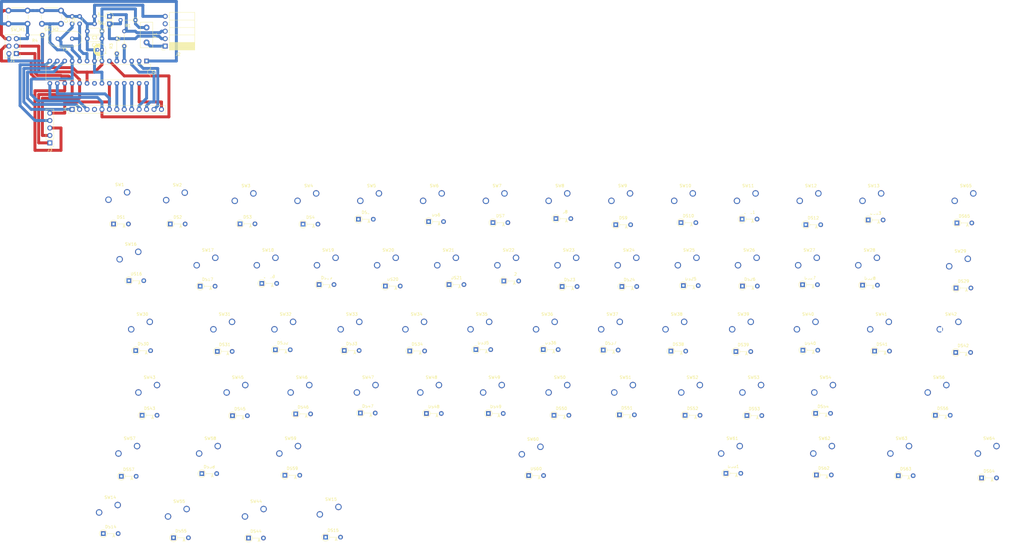
<source format=kicad_pcb>
(kicad_pcb (version 20171130) (host pcbnew 5.1.6)
  (layers (0 F.Cu signal) (31 B.Cu signal) (34 B.Paste user) (35 F.Paste user) (36 B.SilkS user) (37 F.SilkS user) (38 B.Mask user) (39 F.Mask user) (44 Edge.Cuts user))
  (net 0 "")
  (net 1 +5V)
  (net 2 GND)
  (net 3 "Net-(C4-Pad1)")
  (net 4 "Net-(C5-Pad1)")
  (net 5 "Net-(D1-Pad1)")
  (net 6 "Net-(D2-Pad1)")
  (net 7 /ROW0)
  (net 8 /ROW1)
  (net 9 /ROW2)
  (net 10 /ROW3)
  (net 11 /ROW4)
  (net 12 "Net-(F1-Pad2)")
  (net 13 /RESET)
  (net 14 /USB_D+)
  (net 15 /USB_D-)
  (net 16 /COL0)
  (net 17 /COL1)
  (net 18 /COL2)
  (net 19 /COL3)
  (net 20 /COL4)
  (net 21 /COL5)
  (net 22 /COL6)
  (net 23 /COL7)
  (net 24 /COL8)
  (net 25 /COL9)
  (net 26 /COL10)
  (net 27 /COL11)
  (net 28 /COL12)
  (net 29 "Net-(DS3-Pad2)")
  (net 30 "Net-(DS1-Pad2)")
  (net 31 "Net-(DS2-Pad2)")
  (net 32 "Net-(DS4-Pad2)")
  (net 33 "Net-(DS5-Pad2)")
  (net 34 "Net-(DS6-Pad2)")
  (net 35 "Net-(DS7-Pad2)")
  (net 36 "Net-(DS8-Pad2)")
  (net 37 "Net-(DS9-Pad2)")
  (net 38 "Net-(DS10-Pad2)")
  (net 39 "Net-(DS11-Pad2)")
  (net 40 "Net-(DS12-Pad2)")
  (net 41 "Net-(DS13-Pad2)")
  (net 42 "Net-(DS14-Pad2)")
  (net 43 "Net-(DS15-Pad2)")
  (net 44 "Net-(DS16-Pad2)")
  (net 45 "Net-(DS17-Pad2)")
  (net 46 "Net-(DS18-Pad2)")
  (net 47 "Net-(DS19-Pad2)")
  (net 48 "Net-(DS20-Pad2)")
  (net 49 "Net-(DS21-Pad2)")
  (net 50 "Net-(DS22-Pad2)")
  (net 51 "Net-(DS23-Pad2)")
  (net 52 "Net-(DS24-Pad2)")
  (net 53 "Net-(DS25-Pad2)")
  (net 54 "Net-(DS26-Pad2)")
  (net 55 "Net-(DS27-Pad2)")
  (net 56 "Net-(DS28-Pad2)")
  (net 57 "Net-(DS29-Pad2)")
  (net 58 "Net-(DS30-Pad2)")
  (net 59 "Net-(DS31-Pad2)")
  (net 60 "Net-(DS32-Pad2)")
  (net 61 "Net-(DS33-Pad2)")
  (net 62 "Net-(DS34-Pad2)")
  (net 63 "Net-(DS35-Pad2)")
  (net 64 "Net-(DS36-Pad2)")
  (net 65 "Net-(DS37-Pad2)")
  (net 66 "Net-(DS38-Pad2)")
  (net 67 "Net-(DS39-Pad2)")
  (net 68 "Net-(DS40-Pad2)")
  (net 69 "Net-(DS41-Pad2)")
  (net 70 "Net-(DS42-Pad2)")
  (net 71 "Net-(DS43-Pad2)")
  (net 72 "Net-(DS44-Pad2)")
  (net 73 "Net-(DS45-Pad2)")
  (net 74 "Net-(DS46-Pad2)")
  (net 75 "Net-(DS47-Pad2)")
  (net 76 "Net-(DS48-Pad2)")
  (net 77 "Net-(DS49-Pad2)")
  (net 78 "Net-(DS50-Pad2)")
  (net 79 "Net-(DS51-Pad2)")
  (net 80 "Net-(DS52-Pad2)")
  (net 81 "Net-(DS53-Pad2)")
  (net 82 "Net-(DS54-Pad2)")
  (net 83 "Net-(DS55-Pad2)")
  (net 84 "Net-(DS56-Pad2)")
  (net 85 "Net-(DS57-Pad2)")
  (net 86 "Net-(DS58-Pad2)")
  (net 87 "Net-(DS59-Pad2)")
  (net 88 "Net-(DS60-Pad2)")
  (net 89 "Net-(DS61-Pad2)")
  (net 90 "Net-(DS62-Pad2)")
  (net 91 "Net-(DS63-Pad2)")
  (net 92 "Net-(DS64-Pad2)")
  (net 93 "Net-(DS65-Pad2)")
  (module Button_Switch_THT:SW_PUSH_6mm (layer F.Cu) (at 40.64 27.94 180)
    (fp_text reference SW_M2 (at 3.25 -2) (layer F.SilkS))
    (fp_text value BOOT)
    (pad 2 thru_hole circle (at 0 4.5 270) (size 2 2) (drill 1.1) (layers *.Cu *.Mask) (net 2 GND))
    (pad 1 thru_hole circle (at 0 0 270) (size 2 2) (drill 1.1) (layers *.Cu *.Mask) (net 18 /COL2))
    (pad 2 thru_hole circle (at 6.5 4.5 270) (size 2 2) (drill 1.1) (layers *.Cu *.Mask) (net 2 GND))
    (pad 1 thru_hole circle (at 6.5 0 270) (size 2 2) (drill 1.1) (layers *.Cu *.Mask) (net 18 /COL2))
  )
  (module Connector_PinSocket_2.54mm:PinSocket_1x05_P2.54mm_Horizontal (layer F.Cu) (at 76.2 35.56 180)
    (fp_text reference J2 (at -4.38 -2.77) (layer F.SilkS))
    (fp_text value USB_OTG)
    (pad 1 thru_hole rect (at 0 0 180) (size 1.7 1.7) (drill 1) (layers *.Cu *.Mask) (net 12 "Net-(F1-Pad2)"))
    (pad 2 thru_hole oval (at 0 2.54 180) (size 1.7 1.7) (drill 1) (layers *.Cu *.Mask) (net 6 "Net-(D2-Pad1)"))
    (pad 3 thru_hole oval (at 0 5.08 180) (size 1.7 1.7) (drill 1) (layers *.Cu *.Mask) (net 5 "Net-(D1-Pad1)"))
    (pad 4 thru_hole oval (at 0 7.62 180) (size 1.7 1.7) (drill 1) (layers *.Cu *.Mask))
    (pad 5 thru_hole oval (at 0 10.16 180) (size 1.7 1.7) (drill 1) (layers *.Cu *.Mask) (net 2 GND))
  )
  (module Capacitor_THT:CP_Radial_D4.0mm_P1.50mm (layer F.Cu) (at 54.61 36.83 180)
    (fp_text reference C1 (at 0.75 -3.25) (layer F.SilkS))
    (fp_text value 10u)
    (pad 1 thru_hole rect (at 0 0 180) (size 1.2 1.2) (drill 0.6) (layers *.Cu *.Mask) (net 1 +5V))
    (pad 2 thru_hole circle (at 1.5 0 180) (size 1.2 1.2) (drill 0.6) (layers *.Cu *.Mask) (net 2 GND))
  )
  (module Capacitor_THT:C_Disc_D4.3mm_W1.9mm_P5.00mm (layer F.Cu) (at 54.61 33.02 180)
    (fp_text reference C2 (at 2.5 -2.2) (layer F.SilkS))
    (fp_text value 100n)
    (pad 1 thru_hole circle (at 0 0 180) (size 1.6 1.6) (drill 0.8) (layers *.Cu *.Mask) (net 1 +5V))
    (pad 2 thru_hole circle (at 5 0 180) (size 1.6 1.6) (drill 0.8) (layers *.Cu *.Mask) (net 2 GND))
  )
  (module Capacitor_THT:C_Disc_D4.3mm_W1.9mm_P5.00mm (layer F.Cu) (at 54.61 30.48 180)
    (fp_text reference C3 (at 2.5 -2.2) (layer F.SilkS))
    (fp_text value 100n)
    (pad 2 thru_hole circle (at 5 0 180) (size 1.6 1.6) (drill 0.8) (layers *.Cu *.Mask) (net 2 GND))
    (pad 1 thru_hole circle (at 0 0 180) (size 1.6 1.6) (drill 0.8) (layers *.Cu *.Mask) (net 1 +5V))
  )
  (module Capacitor_THT:C_Disc_D3.0mm_W1.6mm_P2.50mm (layer F.Cu) (at 44.45 27.94 90)
    (fp_text reference C4 (at 1.25 -2.05 90) (layer F.SilkS))
    (fp_text value 20p)
    (pad 1 thru_hole circle (at 0 0 90) (size 1.6 1.6) (drill 0.8) (layers *.Cu *.Mask) (net 3 "Net-(C4-Pad1)"))
    (pad 2 thru_hole circle (at 2.5 0 90) (size 1.6 1.6) (drill 0.8) (layers *.Cu *.Mask) (net 2 GND))
  )
  (module Capacitor_THT:C_Disc_D3.0mm_W1.6mm_P2.50mm (layer F.Cu) (at 46.99 27.94 90)
    (fp_text reference C5 (at 1.25 -2.05 90) (layer F.SilkS))
    (fp_text value 20p)
    (pad 2 thru_hole circle (at 2.5 0 90) (size 1.6 1.6) (drill 0.8) (layers *.Cu *.Mask) (net 2 GND))
    (pad 1 thru_hole circle (at 0 0 90) (size 1.6 1.6) (drill 0.8) (layers *.Cu *.Mask) (net 4 "Net-(C5-Pad1)"))
  )
  (module Diode_THT:D_DO-35_SOD27_P5.08mm_Vertical_AnodeUp (layer F.Cu) (at 57.15 25.4 180)
    (fp_text reference D1 (at 2.54 -2.326371) (layer F.SilkS))
    (fp_text value 3.6V)
    (fp_text user A (at 3.58 0.8) (layer F.SilkS))
    (pad 2 thru_hole oval (at 5.08 0 180) (size 1.6 1.6) (drill 0.8) (layers *.Cu *.Mask) (net 2 GND))
    (pad 1 thru_hole rect (at 0 0 180) (size 1.6 1.6) (drill 0.8) (layers *.Cu *.Mask) (net 5 "Net-(D1-Pad1)"))
  )
  (module Diode_THT:D_DO-35_SOD27_P5.08mm_Vertical_AnodeUp (layer F.Cu) (at 57.15 27.94 180)
    (fp_text reference D2 (at 2.54 -2.326371) (layer F.SilkS))
    (fp_text value 3.6V)
    (fp_text user A (at 3.58 0.8) (layer F.SilkS))
    (pad 2 thru_hole oval (at 5.08 0 180) (size 1.6 1.6) (drill 0.8) (layers *.Cu *.Mask) (net 2 GND))
    (pad 1 thru_hole rect (at 0 0 180) (size 1.6 1.6) (drill 0.8) (layers *.Cu *.Mask) (net 6 "Net-(D2-Pad1)"))
  )
  (module Fuse:Fuse_Littelfuse_395Series (layer F.Cu) (at 69.85 29.21 270)
    (fp_text reference F1 (at 2.65 -2.95 90) (layer F.SilkS))
    (fp_text value 100mA)
    (pad 1 thru_hole circle (at 0 0 270) (size 2 2) (drill 1) (layers *.Cu *.Mask) (net 1 +5V))
    (pad 2 thru_hole circle (at 5.08 0.01 270) (size 2 2) (drill 1) (layers *.Cu *.Mask) (net 12 "Net-(F1-Pad2)"))
  )
  (module Connector_PinHeader_2.54mm:PinHeader_2x03_P2.54mm_Vertical (layer F.Cu) (at 25.4 38.1 180)
    (fp_text reference J1 (at 1.27 -2.33) (layer F.SilkS))
    (fp_text value AVR_ISP_6)
    (pad 1 thru_hole rect (at 0 0 180) (size 1.7 1.7) (drill 1) (layers *.Cu *.Mask) (net 7 /ROW0))
    (pad 2 thru_hole oval (at 2.54 0 180) (size 1.7 1.7) (drill 1) (layers *.Cu *.Mask) (net 1 +5V))
    (pad 3 thru_hole oval (at 0 2.54 180) (size 1.7 1.7) (drill 1) (layers *.Cu *.Mask) (net 8 /ROW1))
    (pad 4 thru_hole oval (at 2.54 2.54 180) (size 1.7 1.7) (drill 1) (layers *.Cu *.Mask) (net 9 /ROW2))
    (pad 5 thru_hole oval (at 0 5.08 180) (size 1.7 1.7) (drill 1) (layers *.Cu *.Mask) (net 13 /RESET))
    (pad 6 thru_hole oval (at 2.54 5.08 180) (size 1.7 1.7) (drill 1) (layers *.Cu *.Mask) (net 2 GND))
  )
  (module Resistor_THT:R_Axial_DIN0204_L3.6mm_D1.6mm_P5.08mm_Vertical (layer F.Cu) (at 66.04 26.67 180)
    (fp_text reference R1 (at 2.54 -1.92) (layer F.SilkS))
    (fp_text value 1.5k)
    (pad 1 thru_hole circle (at 0 0 180) (size 1.4 1.4) (drill 0.7) (layers *.Cu *.Mask) (net 1 +5V))
    (pad 2 thru_hole oval (at 5.08 0 180) (size 1.4 1.4) (drill 0.7) (layers *.Cu *.Mask) (net 6 "Net-(D2-Pad1)"))
  )
  (module Resistor_THT:R_Axial_DIN0204_L3.6mm_D1.6mm_P5.08mm_Vertical (layer F.Cu) (at 62.23 35.56 90)
    (fp_text reference R2 (at 2.54 -1.92 90) (layer F.SilkS))
    (fp_text value 75R)
    (pad 1 thru_hole circle (at 0 0 90) (size 1.4 1.4) (drill 0.7) (layers *.Cu *.Mask) (net 14 /USB_D+))
    (pad 2 thru_hole oval (at 5.08 0 90) (size 1.4 1.4) (drill 0.7) (layers *.Cu *.Mask) (net 5 "Net-(D1-Pad1)"))
  )
  (module Resistor_THT:R_Axial_DIN0204_L3.6mm_D1.6mm_P5.08mm_Vertical (layer F.Cu) (at 59.69 38.1 90)
    (fp_text reference R3 (at 2.54 -1.92 90) (layer F.SilkS))
    (fp_text value 75R)
    (pad 2 thru_hole oval (at 5.08 0 90) (size 1.4 1.4) (drill 0.7) (layers *.Cu *.Mask) (net 6 "Net-(D2-Pad1)"))
    (pad 1 thru_hole circle (at 0 0 90) (size 1.4 1.4) (drill 0.7) (layers *.Cu *.Mask) (net 15 /USB_D-))
  )
  (module Resistor_THT:R_Axial_DIN0204_L3.6mm_D1.6mm_P5.08mm_Vertical (layer F.Cu) (at 34.29 31.75 180)
    (fp_text reference R4 (at 2.54 -1.92) (layer F.SilkS))
    (fp_text value 10k)
    (pad 2 thru_hole oval (at 5.08 0 180) (size 1.4 1.4) (drill 0.7) (layers *.Cu *.Mask) (net 13 /RESET))
    (pad 1 thru_hole circle (at 0 0 180) (size 1.4 1.4) (drill 0.7) (layers *.Cu *.Mask) (net 1 +5V))
  )
  (module Keebio-Parts:MX_Stabilizer_Cutout-2u (layer F.Cu) (at 202.2856 177.4186)
    (fp_text reference STAB1 hide)
    (fp_text value 2U hide)
    (pad "" np_thru_hole oval (at -11.938 7.7724) (size 3.048 0.3048) (drill oval 3.048 0.3048) (layers *.Cu *.Mask))
    (pad "" np_thru_hole oval (at -10.5664 7.112) (size 0.3048 1.4732) (drill oval 0.3048 1.4732) (layers *.Cu *.Mask))
    (pad "" np_thru_hole oval (at -13.3096 7.112) (size 0.3048 1.4732) (drill oval 0.3048 1.4732) (layers *.Cu *.Mask))
    (pad "" np_thru_hole oval (at -15.5448 0.3556) (size 1.1684 0.3048) (drill oval 1.1684 0.3048) (layers *.Cu *.Mask))
    (pad "" np_thru_hole oval (at -11.938 6.4516) (size 6.6548 0.3048) (drill oval 6.6548 0.3048) (layers *.Cu *.Mask))
    (pad "" np_thru_hole oval (at -8.763 0.4572) (size 0.3048 12.2936) (drill oval 0.3048 12.2936) (layers *.Cu *.Mask))
    (pad "" np_thru_hole oval (at -15.113 0.4572) (size 0.3048 12.2936) (drill oval 0.3048 12.2936) (layers *.Cu *.Mask))
    (pad "" np_thru_hole oval (at -15.9766 -0.889) (size 0.3048 2.794) (drill oval 0.3048 2.794) (layers *.Cu *.Mask))
    (pad "" np_thru_hole oval (at -15.5448 -2.1336) (size 1.1684 0.3048) (drill oval 1.1684 0.3048) (layers *.Cu *.Mask))
    (pad "" np_thru_hole oval (at -11.938 -5.5372) (size 6.6548 0.3048) (drill oval 6.6548 0.3048) (layers *.Cu *.Mask))
    (pad "" np_thru_hole oval (at 15.5448 0.3556) (size 1.1684 0.3048) (drill oval 1.1684 0.3048) (layers *.Cu *.Mask))
    (pad "" np_thru_hole oval (at 13.3096 7.112) (size 0.3048 1.4732) (drill oval 0.3048 1.4732) (layers *.Cu *.Mask))
    (pad "" np_thru_hole oval (at 15.5448 -2.1336) (size 1.1684 0.3048) (drill oval 1.1684 0.3048) (layers *.Cu *.Mask))
    (pad "" np_thru_hole oval (at 10.5664 7.112) (size 0.3048 1.4732) (drill oval 0.3048 1.4732) (layers *.Cu *.Mask))
    (pad "" np_thru_hole oval (at 15.9766 -0.889) (size 0.3048 2.794) (drill oval 0.3048 2.794) (layers *.Cu *.Mask))
    (pad "" np_thru_hole oval (at 15.113 0.4572) (size 0.3048 12.2936) (drill oval 0.3048 12.2936) (layers *.Cu *.Mask))
    (pad "" np_thru_hole oval (at 11.938 6.4516) (size 6.6548 0.3048) (drill oval 6.6548 0.3048) (layers *.Cu *.Mask))
    (pad "" np_thru_hole oval (at 8.763 0.4572) (size 0.3048 12.2936) (drill oval 0.3048 12.2936) (layers *.Cu *.Mask))
    (pad "" np_thru_hole oval (at 11.938 -5.5372) (size 6.6548 0.3048) (drill oval 6.6548 0.3048) (layers *.Cu *.Mask))
    (pad "" np_thru_hole oval (at 11.938 7.7724) (size 3.048 0.3048) (drill oval 3.048 0.3048) (layers *.Cu *.Mask))
  )
  (module Keebio-Parts:MX_Stabilizer_Cutout-2u (layer F.Cu) (at 179.2732 196.596)
    (fp_text reference STAB2 hide)
    (fp_text value 2U hide)
    (pad "" np_thru_hole oval (at -11.938 7.7724) (size 3.048 0.3048) (drill oval 3.048 0.3048) (layers *.Cu *.Mask))
    (pad "" np_thru_hole oval (at -10.5664 7.112) (size 0.3048 1.4732) (drill oval 0.3048 1.4732) (layers *.Cu *.Mask))
    (pad "" np_thru_hole oval (at -13.3096 7.112) (size 0.3048 1.4732) (drill oval 0.3048 1.4732) (layers *.Cu *.Mask))
    (pad "" np_thru_hole oval (at -15.5448 0.3556) (size 1.1684 0.3048) (drill oval 1.1684 0.3048) (layers *.Cu *.Mask))
    (pad "" np_thru_hole oval (at -11.938 6.4516) (size 6.6548 0.3048) (drill oval 6.6548 0.3048) (layers *.Cu *.Mask))
    (pad "" np_thru_hole oval (at -8.763 0.4572) (size 0.3048 12.2936) (drill oval 0.3048 12.2936) (layers *.Cu *.Mask))
    (pad "" np_thru_hole oval (at -15.113 0.4572) (size 0.3048 12.2936) (drill oval 0.3048 12.2936) (layers *.Cu *.Mask))
    (pad "" np_thru_hole oval (at -15.9766 -0.889) (size 0.3048 2.794) (drill oval 0.3048 2.794) (layers *.Cu *.Mask))
    (pad "" np_thru_hole oval (at -15.5448 -2.1336) (size 1.1684 0.3048) (drill oval 1.1684 0.3048) (layers *.Cu *.Mask))
    (pad "" np_thru_hole oval (at -11.938 -5.5372) (size 6.6548 0.3048) (drill oval 6.6548 0.3048) (layers *.Cu *.Mask))
    (pad "" np_thru_hole oval (at 15.5448 0.3556) (size 1.1684 0.3048) (drill oval 1.1684 0.3048) (layers *.Cu *.Mask))
    (pad "" np_thru_hole oval (at 13.3096 7.112) (size 0.3048 1.4732) (drill oval 0.3048 1.4732) (layers *.Cu *.Mask))
    (pad "" np_thru_hole oval (at 15.5448 -2.1336) (size 1.1684 0.3048) (drill oval 1.1684 0.3048) (layers *.Cu *.Mask))
    (pad "" np_thru_hole oval (at 10.5664 7.112) (size 0.3048 1.4732) (drill oval 0.3048 1.4732) (layers *.Cu *.Mask))
    (pad "" np_thru_hole oval (at 15.9766 -0.889) (size 0.3048 2.794) (drill oval 0.3048 2.794) (layers *.Cu *.Mask))
    (pad "" np_thru_hole oval (at 15.113 0.4572) (size 0.3048 12.2936) (drill oval 0.3048 12.2936) (layers *.Cu *.Mask))
    (pad "" np_thru_hole oval (at 11.938 6.4516) (size 6.6548 0.3048) (drill oval 6.6548 0.3048) (layers *.Cu *.Mask))
    (pad "" np_thru_hole oval (at 8.763 0.4572) (size 0.3048 12.2936) (drill oval 0.3048 12.2936) (layers *.Cu *.Mask))
    (pad "" np_thru_hole oval (at 11.938 -5.5372) (size 6.6548 0.3048) (drill oval 6.6548 0.3048) (layers *.Cu *.Mask))
    (pad "" np_thru_hole oval (at 11.938 7.7724) (size 3.048 0.3048) (drill oval 3.048 0.3048) (layers *.Cu *.Mask))
  )
  (module Keebio-Parts:MX_Stabilizer_Cutout-2u (layer F.Cu) (at 70.612 156.3366)
    (fp_text reference STAB3 hide)
    (fp_text value 2U hide)
    (pad "" np_thru_hole oval (at 11.938 7.7724) (size 3.048 0.3048) (drill oval 3.048 0.3048) (layers *.Cu *.Mask))
    (pad "" np_thru_hole oval (at 11.938 -5.5372) (size 6.6548 0.3048) (drill oval 6.6548 0.3048) (layers *.Cu *.Mask))
    (pad "" np_thru_hole oval (at 8.763 0.4572) (size 0.3048 12.2936) (drill oval 0.3048 12.2936) (layers *.Cu *.Mask))
    (pad "" np_thru_hole oval (at 11.938 6.4516) (size 6.6548 0.3048) (drill oval 6.6548 0.3048) (layers *.Cu *.Mask))
    (pad "" np_thru_hole oval (at 15.113 0.4572) (size 0.3048 12.2936) (drill oval 0.3048 12.2936) (layers *.Cu *.Mask))
    (pad "" np_thru_hole oval (at 15.9766 -0.889) (size 0.3048 2.794) (drill oval 0.3048 2.794) (layers *.Cu *.Mask))
    (pad "" np_thru_hole oval (at 10.5664 7.112) (size 0.3048 1.4732) (drill oval 0.3048 1.4732) (layers *.Cu *.Mask))
    (pad "" np_thru_hole oval (at 15.5448 -2.1336) (size 1.1684 0.3048) (drill oval 1.1684 0.3048) (layers *.Cu *.Mask))
    (pad "" np_thru_hole oval (at 13.3096 7.112) (size 0.3048 1.4732) (drill oval 0.3048 1.4732) (layers *.Cu *.Mask))
    (pad "" np_thru_hole oval (at 15.5448 0.3556) (size 1.1684 0.3048) (drill oval 1.1684 0.3048) (layers *.Cu *.Mask))
    (pad "" np_thru_hole oval (at -11.938 -5.5372) (size 6.6548 0.3048) (drill oval 6.6548 0.3048) (layers *.Cu *.Mask))
    (pad "" np_thru_hole oval (at -15.5448 -2.1336) (size 1.1684 0.3048) (drill oval 1.1684 0.3048) (layers *.Cu *.Mask))
    (pad "" np_thru_hole oval (at -15.9766 -0.889) (size 0.3048 2.794) (drill oval 0.3048 2.794) (layers *.Cu *.Mask))
    (pad "" np_thru_hole oval (at -15.113 0.4572) (size 0.3048 12.2936) (drill oval 0.3048 12.2936) (layers *.Cu *.Mask))
    (pad "" np_thru_hole oval (at -8.763 0.4572) (size 0.3048 12.2936) (drill oval 0.3048 12.2936) (layers *.Cu *.Mask))
    (pad "" np_thru_hole oval (at -11.938 6.4516) (size 6.6548 0.3048) (drill oval 6.6548 0.3048) (layers *.Cu *.Mask))
    (pad "" np_thru_hole oval (at -15.5448 0.3556) (size 1.1684 0.3048) (drill oval 1.1684 0.3048) (layers *.Cu *.Mask))
    (pad "" np_thru_hole oval (at -13.3096 7.112) (size 0.3048 1.4732) (drill oval 0.3048 1.4732) (layers *.Cu *.Mask))
    (pad "" np_thru_hole oval (at -10.5664 7.112) (size 0.3048 1.4732) (drill oval 0.3048 1.4732) (layers *.Cu *.Mask))
    (pad "" np_thru_hole oval (at -11.938 7.7724) (size 3.048 0.3048) (drill oval 3.048 0.3048) (layers *.Cu *.Mask))
  )
  (module Keebio-Parts:MX_Stabilizer_Cutout-2u (layer F.Cu) (at 342.6968 156.3366)
    (fp_text reference STAB4 hide)
    (fp_text value 2U hide)
    (pad "" np_thru_hole oval (at 11.938 7.7724) (size 3.048 0.3048) (drill oval 3.048 0.3048) (layers *.Cu *.Mask))
    (pad "" np_thru_hole oval (at 11.938 -5.5372) (size 6.6548 0.3048) (drill oval 6.6548 0.3048) (layers *.Cu *.Mask))
    (pad "" np_thru_hole oval (at 8.763 0.4572) (size 0.3048 12.2936) (drill oval 0.3048 12.2936) (layers *.Cu *.Mask))
    (pad "" np_thru_hole oval (at 11.938 6.4516) (size 6.6548 0.3048) (drill oval 6.6548 0.3048) (layers *.Cu *.Mask))
    (pad "" np_thru_hole oval (at 15.113 0.4572) (size 0.3048 12.2936) (drill oval 0.3048 12.2936) (layers *.Cu *.Mask))
    (pad "" np_thru_hole oval (at 15.9766 -0.889) (size 0.3048 2.794) (drill oval 0.3048 2.794) (layers *.Cu *.Mask))
    (pad "" np_thru_hole oval (at 10.5664 7.112) (size 0.3048 1.4732) (drill oval 0.3048 1.4732) (layers *.Cu *.Mask))
    (pad "" np_thru_hole oval (at 15.5448 -2.1336) (size 1.1684 0.3048) (drill oval 1.1684 0.3048) (layers *.Cu *.Mask))
    (pad "" np_thru_hole oval (at 13.3096 7.112) (size 0.3048 1.4732) (drill oval 0.3048 1.4732) (layers *.Cu *.Mask))
    (pad "" np_thru_hole oval (at 15.5448 0.3556) (size 1.1684 0.3048) (drill oval 1.1684 0.3048) (layers *.Cu *.Mask))
    (pad "" np_thru_hole oval (at -11.938 -5.5372) (size 6.6548 0.3048) (drill oval 6.6548 0.3048) (layers *.Cu *.Mask))
    (pad "" np_thru_hole oval (at -15.5448 -2.1336) (size 1.1684 0.3048) (drill oval 1.1684 0.3048) (layers *.Cu *.Mask))
    (pad "" np_thru_hole oval (at -15.9766 -0.889) (size 0.3048 2.794) (drill oval 0.3048 2.794) (layers *.Cu *.Mask))
    (pad "" np_thru_hole oval (at -15.113 0.4572) (size 0.3048 12.2936) (drill oval 0.3048 12.2936) (layers *.Cu *.Mask))
    (pad "" np_thru_hole oval (at -8.763 0.4572) (size 0.3048 12.2936) (drill oval 0.3048 12.2936) (layers *.Cu *.Mask))
    (pad "" np_thru_hole oval (at -11.938 6.4516) (size 6.6548 0.3048) (drill oval 6.6548 0.3048) (layers *.Cu *.Mask))
    (pad "" np_thru_hole oval (at -15.5448 0.3556) (size 1.1684 0.3048) (drill oval 1.1684 0.3048) (layers *.Cu *.Mask))
    (pad "" np_thru_hole oval (at -13.3096 7.112) (size 0.3048 1.4732) (drill oval 0.3048 1.4732) (layers *.Cu *.Mask))
    (pad "" np_thru_hole oval (at -10.5664 7.112) (size 0.3048 1.4732) (drill oval 0.3048 1.4732) (layers *.Cu *.Mask))
    (pad "" np_thru_hole oval (at -11.938 7.7724) (size 3.048 0.3048) (drill oval 3.048 0.3048) (layers *.Cu *.Mask))
  )
  (module Keebio-Parts:MX_Stabilizer_Cutout-2u (layer F.Cu) (at 350.012 134.772)
    (fp_text reference STAB5 hide)
    (fp_text value 2U hide)
    (pad "" np_thru_hole oval (at -11.938 7.7724) (size 3.048 0.3048) (drill oval 3.048 0.3048) (layers *.Cu *.Mask))
    (pad "" np_thru_hole oval (at -10.5664 7.112) (size 0.3048 1.4732) (drill oval 0.3048 1.4732) (layers *.Cu *.Mask))
    (pad "" np_thru_hole oval (at -13.3096 7.112) (size 0.3048 1.4732) (drill oval 0.3048 1.4732) (layers *.Cu *.Mask))
    (pad "" np_thru_hole oval (at -15.5448 0.3556) (size 1.1684 0.3048) (drill oval 1.1684 0.3048) (layers *.Cu *.Mask))
    (pad "" np_thru_hole oval (at -11.938 6.4516) (size 6.6548 0.3048) (drill oval 6.6548 0.3048) (layers *.Cu *.Mask))
    (pad "" np_thru_hole oval (at -8.763 0.4572) (size 0.3048 12.2936) (drill oval 0.3048 12.2936) (layers *.Cu *.Mask))
    (pad "" np_thru_hole oval (at -15.113 0.4572) (size 0.3048 12.2936) (drill oval 0.3048 12.2936) (layers *.Cu *.Mask))
    (pad "" np_thru_hole oval (at -15.9766 -0.889) (size 0.3048 2.794) (drill oval 0.3048 2.794) (layers *.Cu *.Mask))
    (pad "" np_thru_hole oval (at -15.5448 -2.1336) (size 1.1684 0.3048) (drill oval 1.1684 0.3048) (layers *.Cu *.Mask))
    (pad "" np_thru_hole oval (at -11.938 -5.5372) (size 6.6548 0.3048) (drill oval 6.6548 0.3048) (layers *.Cu *.Mask))
    (pad "" np_thru_hole oval (at 15.5448 0.3556) (size 1.1684 0.3048) (drill oval 1.1684 0.3048) (layers *.Cu *.Mask))
    (pad "" np_thru_hole oval (at 13.3096 7.112) (size 0.3048 1.4732) (drill oval 0.3048 1.4732) (layers *.Cu *.Mask))
    (pad "" np_thru_hole oval (at 15.5448 -2.1336) (size 1.1684 0.3048) (drill oval 1.1684 0.3048) (layers *.Cu *.Mask))
    (pad "" np_thru_hole oval (at 10.5664 7.112) (size 0.3048 1.4732) (drill oval 0.3048 1.4732) (layers *.Cu *.Mask))
    (pad "" np_thru_hole oval (at 15.9766 -0.889) (size 0.3048 2.794) (drill oval 0.3048 2.794) (layers *.Cu *.Mask))
    (pad "" np_thru_hole oval (at 15.113 0.4572) (size 0.3048 12.2936) (drill oval 0.3048 12.2936) (layers *.Cu *.Mask))
    (pad "" np_thru_hole oval (at 11.938 6.4516) (size 6.6548 0.3048) (drill oval 6.6548 0.3048) (layers *.Cu *.Mask))
    (pad "" np_thru_hole oval (at 8.763 0.4572) (size 0.3048 12.2936) (drill oval 0.3048 12.2936) (layers *.Cu *.Mask))
    (pad "" np_thru_hole oval (at 11.938 -5.5372) (size 6.6548 0.3048) (drill oval 6.6548 0.3048) (layers *.Cu *.Mask))
    (pad "" np_thru_hole oval (at 11.938 7.7724) (size 3.048 0.3048) (drill oval 3.048 0.3048) (layers *.Cu *.Mask))
  )
  (module Keebio-Parts:MX_Stabilizer_Cutout-2u (layer F.Cu) (at 348.4372 90.2716)
    (fp_text reference STAB6 hide)
    (fp_text value 2U hide)
    (pad "" np_thru_hole oval (at 11.938 7.7724) (size 3.048 0.3048) (drill oval 3.048 0.3048) (layers *.Cu *.Mask))
    (pad "" np_thru_hole oval (at 11.938 -5.5372) (size 6.6548 0.3048) (drill oval 6.6548 0.3048) (layers *.Cu *.Mask))
    (pad "" np_thru_hole oval (at 8.763 0.4572) (size 0.3048 12.2936) (drill oval 0.3048 12.2936) (layers *.Cu *.Mask))
    (pad "" np_thru_hole oval (at 11.938 6.4516) (size 6.6548 0.3048) (drill oval 6.6548 0.3048) (layers *.Cu *.Mask))
    (pad "" np_thru_hole oval (at 15.113 0.4572) (size 0.3048 12.2936) (drill oval 0.3048 12.2936) (layers *.Cu *.Mask))
    (pad "" np_thru_hole oval (at 15.9766 -0.889) (size 0.3048 2.794) (drill oval 0.3048 2.794) (layers *.Cu *.Mask))
    (pad "" np_thru_hole oval (at 10.5664 7.112) (size 0.3048 1.4732) (drill oval 0.3048 1.4732) (layers *.Cu *.Mask))
    (pad "" np_thru_hole oval (at 15.5448 -2.1336) (size 1.1684 0.3048) (drill oval 1.1684 0.3048) (layers *.Cu *.Mask))
    (pad "" np_thru_hole oval (at 13.3096 7.112) (size 0.3048 1.4732) (drill oval 0.3048 1.4732) (layers *.Cu *.Mask))
    (pad "" np_thru_hole oval (at 15.5448 0.3556) (size 1.1684 0.3048) (drill oval 1.1684 0.3048) (layers *.Cu *.Mask))
    (pad "" np_thru_hole oval (at -11.938 -5.5372) (size 6.6548 0.3048) (drill oval 6.6548 0.3048) (layers *.Cu *.Mask))
    (pad "" np_thru_hole oval (at -15.5448 -2.1336) (size 1.1684 0.3048) (drill oval 1.1684 0.3048) (layers *.Cu *.Mask))
    (pad "" np_thru_hole oval (at -15.9766 -0.889) (size 0.3048 2.794) (drill oval 0.3048 2.794) (layers *.Cu *.Mask))
    (pad "" np_thru_hole oval (at -15.113 0.4572) (size 0.3048 12.2936) (drill oval 0.3048 12.2936) (layers *.Cu *.Mask))
    (pad "" np_thru_hole oval (at -8.763 0.4572) (size 0.3048 12.2936) (drill oval 0.3048 12.2936) (layers *.Cu *.Mask))
    (pad "" np_thru_hole oval (at -11.938 6.4516) (size 6.6548 0.3048) (drill oval 6.6548 0.3048) (layers *.Cu *.Mask))
    (pad "" np_thru_hole oval (at -15.5448 0.3556) (size 1.1684 0.3048) (drill oval 1.1684 0.3048) (layers *.Cu *.Mask))
    (pad "" np_thru_hole oval (at -13.3096 7.112) (size 0.3048 1.4732) (drill oval 0.3048 1.4732) (layers *.Cu *.Mask))
    (pad "" np_thru_hole oval (at -10.5664 7.112) (size 0.3048 1.4732) (drill oval 0.3048 1.4732) (layers *.Cu *.Mask))
    (pad "" np_thru_hole oval (at -11.938 7.7724) (size 3.048 0.3048) (drill oval 3.048 0.3048) (layers *.Cu *.Mask))
  )
  (module SMKJP:SW_Cherry_MX1A_1.00u_PCB (layer F.Cu) (at 60.6552 90.5256)
    (fp_text reference SW1 (at 0 -7.7) (layer F.SilkS))
    (fp_text value GRV)
    (pad "" np_thru_hole circle (at 5.08 0) (size 1.7 1.7) (drill 1.7) (layers *.Cu *.Mask))
    (pad "" np_thru_hole circle (at -5.08 0) (size 1.7 1.7) (drill 1.7) (layers *.Cu *.Mask))
    (pad "" np_thru_hole circle (at 0 0) (size 4 4) (drill 4) (layers *.Cu *.Mask))
    (pad 1 thru_hole circle (at -3.81 -2.54) (size 2.2 2.2) (drill 1.5) (layers *.Cu *.Mask) (net 16 /COL0))
    (pad 2 thru_hole circle (at 2.54 -5.08) (size 2.2 2.2) (drill 1.5) (layers *.Cu *.Mask) (net 30 "Net-(DS1-Pad2)"))
  )
  (module SMKJP:SW_Cherry_MX1A_1.00u_PCB (layer F.Cu) (at 80.3402 90.6526)
    (fp_text reference SW2 (at 0 -7.7) (layer F.SilkS))
    (fp_text value 1)
    (pad 2 thru_hole circle (at 2.54 -5.08) (size 2.2 2.2) (drill 1.5) (layers *.Cu *.Mask) (net 31 "Net-(DS2-Pad2)"))
    (pad 1 thru_hole circle (at -3.81 -2.54) (size 2.2 2.2) (drill 1.5) (layers *.Cu *.Mask) (net 17 /COL1))
    (pad "" np_thru_hole circle (at 0 0) (size 4 4) (drill 4) (layers *.Cu *.Mask))
    (pad "" np_thru_hole circle (at -5.08 0) (size 1.7 1.7) (drill 1.7) (layers *.Cu *.Mask))
    (pad "" np_thru_hole circle (at 5.08 0) (size 1.7 1.7) (drill 1.7) (layers *.Cu *.Mask))
  )
  (module SMKJP:SW_Cherry_MX1A_1.00u_PCB (layer F.Cu) (at 103.757046 90.9066)
    (fp_text reference SW3 (at 0 -7.7) (layer F.SilkS))
    (fp_text value 2)
    (pad "" np_thru_hole circle (at 5.08 0) (size 1.7 1.7) (drill 1.7) (layers *.Cu *.Mask))
    (pad "" np_thru_hole circle (at -5.08 0) (size 1.7 1.7) (drill 1.7) (layers *.Cu *.Mask))
    (pad "" np_thru_hole circle (at 0 0) (size 4 4) (drill 4) (layers *.Cu *.Mask))
    (pad 1 thru_hole circle (at -3.81 -2.54) (size 2.2 2.2) (drill 1.5) (layers *.Cu *.Mask) (net 18 /COL2))
    (pad 2 thru_hole circle (at 2.54 -5.08) (size 2.2 2.2) (drill 1.5) (layers *.Cu *.Mask) (net 29 "Net-(DS3-Pad2)"))
  )
  (module SMKJP:SW_Cherry_MX1A_1.00u_PCB (layer F.Cu) (at 125.180969 90.9066)
    (fp_text reference SW4 (at 0 -7.7) (layer F.SilkS))
    (fp_text value 3)
    (pad "" np_thru_hole circle (at 5.08 0) (size 1.7 1.7) (drill 1.7) (layers *.Cu *.Mask))
    (pad "" np_thru_hole circle (at -5.08 0) (size 1.7 1.7) (drill 1.7) (layers *.Cu *.Mask))
    (pad "" np_thru_hole circle (at 0 0) (size 4 4) (drill 4) (layers *.Cu *.Mask))
    (pad 1 thru_hole circle (at -3.81 -2.54) (size 2.2 2.2) (drill 1.5) (layers *.Cu *.Mask) (net 19 /COL3))
    (pad 2 thru_hole circle (at 2.54 -5.08) (size 2.2 2.2) (drill 1.5) (layers *.Cu *.Mask) (net 32 "Net-(DS4-Pad2)"))
  )
  (module SMKJP:SW_Cherry_MX1A_1.00u_PCB (layer F.Cu) (at 146.604892 90.9066)
    (fp_text reference SW5 (at 0 -7.7) (layer F.SilkS))
    (fp_text value 4)
    (pad 2 thru_hole circle (at 2.54 -5.08) (size 2.2 2.2) (drill 1.5) (layers *.Cu *.Mask) (net 33 "Net-(DS5-Pad2)"))
    (pad 1 thru_hole circle (at -3.81 -2.54) (size 2.2 2.2) (drill 1.5) (layers *.Cu *.Mask) (net 20 /COL4))
    (pad "" np_thru_hole circle (at 0 0) (size 4 4) (drill 4) (layers *.Cu *.Mask))
    (pad "" np_thru_hole circle (at -5.08 0) (size 1.7 1.7) (drill 1.7) (layers *.Cu *.Mask))
    (pad "" np_thru_hole circle (at 5.08 0) (size 1.7 1.7) (drill 1.7) (layers *.Cu *.Mask))
  )
  (module SMKJP:SW_Cherry_MX1A_1.00u_PCB (layer F.Cu) (at 168.028815 90.9066)
    (fp_text reference SW6 (at 0 -7.7) (layer F.SilkS))
    (fp_text value 5)
    (pad 2 thru_hole circle (at 2.54 -5.08) (size 2.2 2.2) (drill 1.5) (layers *.Cu *.Mask) (net 34 "Net-(DS6-Pad2)"))
    (pad 1 thru_hole circle (at -3.81 -2.54) (size 2.2 2.2) (drill 1.5) (layers *.Cu *.Mask) (net 21 /COL5))
    (pad "" np_thru_hole circle (at 0 0) (size 4 4) (drill 4) (layers *.Cu *.Mask))
    (pad "" np_thru_hole circle (at -5.08 0) (size 1.7 1.7) (drill 1.7) (layers *.Cu *.Mask))
    (pad "" np_thru_hole circle (at 5.08 0) (size 1.7 1.7) (drill 1.7) (layers *.Cu *.Mask))
  )
  (module SMKJP:SW_Cherry_MX1A_1.00u_PCB (layer F.Cu) (at 189.452738 90.9066)
    (fp_text reference SW7 (at 0 -7.7) (layer F.SilkS))
    (fp_text value 6)
    (pad 2 thru_hole circle (at 2.54 -5.08) (size 2.2 2.2) (drill 1.5) (layers *.Cu *.Mask) (net 35 "Net-(DS7-Pad2)"))
    (pad 1 thru_hole circle (at -3.81 -2.54) (size 2.2 2.2) (drill 1.5) (layers *.Cu *.Mask) (net 22 /COL6))
    (pad "" np_thru_hole circle (at 0 0) (size 4 4) (drill 4) (layers *.Cu *.Mask))
    (pad "" np_thru_hole circle (at -5.08 0) (size 1.7 1.7) (drill 1.7) (layers *.Cu *.Mask))
    (pad "" np_thru_hole circle (at 5.08 0) (size 1.7 1.7) (drill 1.7) (layers *.Cu *.Mask))
  )
  (module SMKJP:SW_Cherry_MX1A_1.00u_PCB (layer F.Cu) (at 210.876661 90.9066)
    (fp_text reference SW8 (at 0 -7.7) (layer F.SilkS))
    (fp_text value 7)
    (pad "" np_thru_hole circle (at 5.08 0) (size 1.7 1.7) (drill 1.7) (layers *.Cu *.Mask))
    (pad "" np_thru_hole circle (at -5.08 0) (size 1.7 1.7) (drill 1.7) (layers *.Cu *.Mask))
    (pad "" np_thru_hole circle (at 0 0) (size 4 4) (drill 4) (layers *.Cu *.Mask))
    (pad 1 thru_hole circle (at -3.81 -2.54) (size 2.2 2.2) (drill 1.5) (layers *.Cu *.Mask) (net 23 /COL7))
    (pad 2 thru_hole circle (at 2.54 -5.08) (size 2.2 2.2) (drill 1.5) (layers *.Cu *.Mask) (net 36 "Net-(DS8-Pad2)"))
  )
  (module SMKJP:SW_Cherry_MX1A_1.00u_PCB (layer F.Cu) (at 232.300584 90.9066)
    (fp_text reference SW9 (at 0 -7.7) (layer F.SilkS))
    (fp_text value 8)
    (pad 2 thru_hole circle (at 2.54 -5.08) (size 2.2 2.2) (drill 1.5) (layers *.Cu *.Mask) (net 37 "Net-(DS9-Pad2)"))
    (pad 1 thru_hole circle (at -3.81 -2.54) (size 2.2 2.2) (drill 1.5) (layers *.Cu *.Mask) (net 24 /COL8))
    (pad "" np_thru_hole circle (at 0 0) (size 4 4) (drill 4) (layers *.Cu *.Mask))
    (pad "" np_thru_hole circle (at -5.08 0) (size 1.7 1.7) (drill 1.7) (layers *.Cu *.Mask))
    (pad "" np_thru_hole circle (at 5.08 0) (size 1.7 1.7) (drill 1.7) (layers *.Cu *.Mask))
  )
  (module SMKJP:SW_Cherry_MX1A_1.00u_PCB (layer F.Cu) (at 253.724507 90.9066)
    (fp_text reference SW10 (at 0 -7.7) (layer F.SilkS))
    (fp_text value 9)
    (pad "" np_thru_hole circle (at 5.08 0) (size 1.7 1.7) (drill 1.7) (layers *.Cu *.Mask))
    (pad "" np_thru_hole circle (at -5.08 0) (size 1.7 1.7) (drill 1.7) (layers *.Cu *.Mask))
    (pad "" np_thru_hole circle (at 0 0) (size 4 4) (drill 4) (layers *.Cu *.Mask))
    (pad 1 thru_hole circle (at -3.81 -2.54) (size 2.2 2.2) (drill 1.5) (layers *.Cu *.Mask) (net 25 /COL9))
    (pad 2 thru_hole circle (at 2.54 -5.08) (size 2.2 2.2) (drill 1.5) (layers *.Cu *.Mask) (net 38 "Net-(DS10-Pad2)"))
  )
  (module SMKJP:SW_Cherry_MX1A_1.00u_PCB (layer F.Cu) (at 275.14843 90.9066)
    (fp_text reference SW11 (at 0 -7.7) (layer F.SilkS))
    (fp_text value 0)
    (pad "" np_thru_hole circle (at 5.08 0) (size 1.7 1.7) (drill 1.7) (layers *.Cu *.Mask))
    (pad "" np_thru_hole circle (at -5.08 0) (size 1.7 1.7) (drill 1.7) (layers *.Cu *.Mask))
    (pad "" np_thru_hole circle (at 0 0) (size 4 4) (drill 4) (layers *.Cu *.Mask))
    (pad 1 thru_hole circle (at -3.81 -2.54) (size 2.2 2.2) (drill 1.5) (layers *.Cu *.Mask) (net 26 /COL10))
    (pad 2 thru_hole circle (at 2.54 -5.08) (size 2.2 2.2) (drill 1.5) (layers *.Cu *.Mask) (net 39 "Net-(DS11-Pad2)"))
  )
  (module SMKJP:SW_Cherry_MX1A_1.00u_PCB (layer F.Cu) (at 296.572353 90.9066)
    (fp_text reference SW12 (at 0 -7.7) (layer F.SilkS))
    (fp_text value MINS)
    (pad "" np_thru_hole circle (at 5.08 0) (size 1.7 1.7) (drill 1.7) (layers *.Cu *.Mask))
    (pad "" np_thru_hole circle (at -5.08 0) (size 1.7 1.7) (drill 1.7) (layers *.Cu *.Mask))
    (pad "" np_thru_hole circle (at 0 0) (size 4 4) (drill 4) (layers *.Cu *.Mask))
    (pad 1 thru_hole circle (at -3.81 -2.54) (size 2.2 2.2) (drill 1.5) (layers *.Cu *.Mask) (net 27 /COL11))
    (pad 2 thru_hole circle (at 2.54 -5.08) (size 2.2 2.2) (drill 1.5) (layers *.Cu *.Mask) (net 40 "Net-(DS12-Pad2)"))
  )
  (module SMKJP:SW_Cherry_MX1A_1.00u_PCB (layer F.Cu) (at 317.996276 90.9066)
    (fp_text reference SW13 (at 0 -7.7) (layer F.SilkS))
    (fp_text value EQL)
    (pad "" np_thru_hole circle (at 5.08 0) (size 1.7 1.7) (drill 1.7) (layers *.Cu *.Mask))
    (pad "" np_thru_hole circle (at -5.08 0) (size 1.7 1.7) (drill 1.7) (layers *.Cu *.Mask))
    (pad "" np_thru_hole circle (at 0 0) (size 4 4) (drill 4) (layers *.Cu *.Mask))
    (pad 1 thru_hole circle (at -3.81 -2.54) (size 2.2 2.2) (drill 1.5) (layers *.Cu *.Mask) (net 28 /COL12))
    (pad 2 thru_hole circle (at 2.54 -5.08) (size 2.2 2.2) (drill 1.5) (layers *.Cu *.Mask) (net 41 "Net-(DS13-Pad2)"))
  )
  (module SMKJP:SW_Cherry_MX1A_1.00u_PCB (layer F.Cu) (at 57.4548 197.2564)
    (fp_text reference SW14 (at 0 -7.7) (layer F.SilkS))
    (fp_text value SW_Push)
    (pad "" np_thru_hole circle (at 5.08 0) (size 1.7 1.7) (drill 1.7) (layers *.Cu *.Mask))
    (pad "" np_thru_hole circle (at -5.08 0) (size 1.7 1.7) (drill 1.7) (layers *.Cu *.Mask))
    (pad "" np_thru_hole circle (at 0 0) (size 4 4) (drill 4) (layers *.Cu *.Mask))
    (pad 1 thru_hole circle (at -3.81 -2.54) (size 2.2 2.2) (drill 1.5) (layers *.Cu *.Mask) (net 16 /COL0))
    (pad 2 thru_hole circle (at 2.54 -5.08) (size 2.2 2.2) (drill 1.5) (layers *.Cu *.Mask) (net 42 "Net-(DS14-Pad2)"))
  )
  (module SMKJP:SW_Cherry_MX1A_1.00u_PCB (layer F.Cu) (at 132.7912 197.9168)
    (fp_text reference SW15 (at 0 -7.7) (layer F.SilkS))
    (fp_text value SW_Push)
    (pad 2 thru_hole circle (at 2.54 -5.08) (size 2.2 2.2) (drill 1.5) (layers *.Cu *.Mask) (net 43 "Net-(DS15-Pad2)"))
    (pad 1 thru_hole circle (at -3.81 -2.54) (size 2.2 2.2) (drill 1.5) (layers *.Cu *.Mask) (net 17 /COL1))
    (pad "" np_thru_hole circle (at 0 0) (size 4 4) (drill 4) (layers *.Cu *.Mask))
    (pad "" np_thru_hole circle (at -5.08 0) (size 1.7 1.7) (drill 1.7) (layers *.Cu *.Mask))
    (pad "" np_thru_hole circle (at 5.08 0) (size 1.7 1.7) (drill 1.7) (layers *.Cu *.Mask))
  )
  (module SMKJP:SW_Cherry_MX1A_1.50u_PCB (layer F.Cu) (at 64.4652 110.8456)
    (fp_text reference SW16 (at 0 -7.7) (layer F.SilkS))
    (fp_text value TAB)
    (pad 2 thru_hole circle (at 2.54 -5.08) (size 2.2 2.2) (drill 1.5) (layers *.Cu *.Mask) (net 44 "Net-(DS16-Pad2)"))
    (pad 1 thru_hole circle (at -3.81 -2.54) (size 2.2 2.2) (drill 1.5) (layers *.Cu *.Mask) (net 18 /COL2))
    (pad "" np_thru_hole circle (at 0 0) (size 4 4) (drill 4) (layers *.Cu *.Mask))
    (pad "" np_thru_hole circle (at -5.08 0) (size 1.7 1.7) (drill 1.7) (layers *.Cu *.Mask))
    (pad "" np_thru_hole circle (at 5.08 0) (size 1.7 1.7) (drill 1.7) (layers *.Cu *.Mask))
  )
  (module SMKJP:SW_Cherry_MX1A_1.00u_PCB (layer F.Cu) (at 90.758276 112.8776)
    (fp_text reference SW17 (at 0 -7.7) (layer F.SilkS))
    (fp_text value Q)
    (pad 2 thru_hole circle (at 2.54 -5.08) (size 2.2 2.2) (drill 1.5) (layers *.Cu *.Mask) (net 45 "Net-(DS17-Pad2)"))
    (pad 1 thru_hole circle (at -3.81 -2.54) (size 2.2 2.2) (drill 1.5) (layers *.Cu *.Mask) (net 19 /COL3))
    (pad "" np_thru_hole circle (at 0 0) (size 4 4) (drill 4) (layers *.Cu *.Mask))
    (pad "" np_thru_hole circle (at -5.08 0) (size 1.7 1.7) (drill 1.7) (layers *.Cu *.Mask))
    (pad "" np_thru_hole circle (at 5.08 0) (size 1.7 1.7) (drill 1.7) (layers *.Cu *.Mask))
  )
  (module SMKJP:SW_Cherry_MX1A_1.00u_PCB (layer F.Cu) (at 111.285352 112.8776)
    (fp_text reference SW18 (at 0 -7.7) (layer F.SilkS))
    (fp_text value W)
    (pad 2 thru_hole circle (at 2.54 -5.08) (size 2.2 2.2) (drill 1.5) (layers *.Cu *.Mask) (net 46 "Net-(DS18-Pad2)"))
    (pad 1 thru_hole circle (at -3.81 -2.54) (size 2.2 2.2) (drill 1.5) (layers *.Cu *.Mask) (net 20 /COL4))
    (pad "" np_thru_hole circle (at 0 0) (size 4 4) (drill 4) (layers *.Cu *.Mask))
    (pad "" np_thru_hole circle (at -5.08 0) (size 1.7 1.7) (drill 1.7) (layers *.Cu *.Mask))
    (pad "" np_thru_hole circle (at 5.08 0) (size 1.7 1.7) (drill 1.7) (layers *.Cu *.Mask))
  )
  (module SMKJP:SW_Cherry_MX1A_1.00u_PCB (layer F.Cu) (at 131.812428 112.8776)
    (fp_text reference SW19 (at 0 -7.7) (layer F.SilkS))
    (fp_text value E)
    (pad 2 thru_hole circle (at 2.54 -5.08) (size 2.2 2.2) (drill 1.5) (layers *.Cu *.Mask) (net 47 "Net-(DS19-Pad2)"))
    (pad 1 thru_hole circle (at -3.81 -2.54) (size 2.2 2.2) (drill 1.5) (layers *.Cu *.Mask) (net 21 /COL5))
    (pad "" np_thru_hole circle (at 0 0) (size 4 4) (drill 4) (layers *.Cu *.Mask))
    (pad "" np_thru_hole circle (at -5.08 0) (size 1.7 1.7) (drill 1.7) (layers *.Cu *.Mask))
    (pad "" np_thru_hole circle (at 5.08 0) (size 1.7 1.7) (drill 1.7) (layers *.Cu *.Mask))
  )
  (module SMKJP:SW_Cherry_MX1A_1.00u_PCB (layer F.Cu) (at 152.339504 112.8776)
    (fp_text reference SW20 (at 0 -7.7) (layer F.SilkS))
    (fp_text value R)
    (pad "" np_thru_hole circle (at 5.08 0) (size 1.7 1.7) (drill 1.7) (layers *.Cu *.Mask))
    (pad "" np_thru_hole circle (at -5.08 0) (size 1.7 1.7) (drill 1.7) (layers *.Cu *.Mask))
    (pad "" np_thru_hole circle (at 0 0) (size 4 4) (drill 4) (layers *.Cu *.Mask))
    (pad 1 thru_hole circle (at -3.81 -2.54) (size 2.2 2.2) (drill 1.5) (layers *.Cu *.Mask) (net 22 /COL6))
    (pad 2 thru_hole circle (at 2.54 -5.08) (size 2.2 2.2) (drill 1.5) (layers *.Cu *.Mask) (net 48 "Net-(DS20-Pad2)"))
  )
  (module SMKJP:SW_Cherry_MX1A_1.00u_PCB (layer F.Cu) (at 172.86658 112.8776)
    (fp_text reference SW21 (at 0 -7.7) (layer F.SilkS))
    (fp_text value T)
    (pad "" np_thru_hole circle (at 5.08 0) (size 1.7 1.7) (drill 1.7) (layers *.Cu *.Mask))
    (pad "" np_thru_hole circle (at -5.08 0) (size 1.7 1.7) (drill 1.7) (layers *.Cu *.Mask))
    (pad "" np_thru_hole circle (at 0 0) (size 4 4) (drill 4) (layers *.Cu *.Mask))
    (pad 1 thru_hole circle (at -3.81 -2.54) (size 2.2 2.2) (drill 1.5) (layers *.Cu *.Mask) (net 23 /COL7))
    (pad 2 thru_hole circle (at 2.54 -5.08) (size 2.2 2.2) (drill 1.5) (layers *.Cu *.Mask) (net 49 "Net-(DS21-Pad2)"))
  )
  (module SMKJP:SW_Cherry_MX1A_1.00u_PCB (layer F.Cu) (at 193.393656 112.8776)
    (fp_text reference SW22 (at 0 -7.7) (layer F.SilkS))
    (fp_text value Y)
    (pad 2 thru_hole circle (at 2.54 -5.08) (size 2.2 2.2) (drill 1.5) (layers *.Cu *.Mask) (net 50 "Net-(DS22-Pad2)"))
    (pad 1 thru_hole circle (at -3.81 -2.54) (size 2.2 2.2) (drill 1.5) (layers *.Cu *.Mask) (net 24 /COL8))
    (pad "" np_thru_hole circle (at 0 0) (size 4 4) (drill 4) (layers *.Cu *.Mask))
    (pad "" np_thru_hole circle (at -5.08 0) (size 1.7 1.7) (drill 1.7) (layers *.Cu *.Mask))
    (pad "" np_thru_hole circle (at 5.08 0) (size 1.7 1.7) (drill 1.7) (layers *.Cu *.Mask))
  )
  (module SMKJP:SW_Cherry_MX1A_1.00u_PCB (layer F.Cu) (at 213.920732 112.8776)
    (fp_text reference SW23 (at 0 -7.7) (layer F.SilkS))
    (fp_text value U)
    (pad 2 thru_hole circle (at 2.54 -5.08) (size 2.2 2.2) (drill 1.5) (layers *.Cu *.Mask) (net 51 "Net-(DS23-Pad2)"))
    (pad 1 thru_hole circle (at -3.81 -2.54) (size 2.2 2.2) (drill 1.5) (layers *.Cu *.Mask) (net 25 /COL9))
    (pad "" np_thru_hole circle (at 0 0) (size 4 4) (drill 4) (layers *.Cu *.Mask))
    (pad "" np_thru_hole circle (at -5.08 0) (size 1.7 1.7) (drill 1.7) (layers *.Cu *.Mask))
    (pad "" np_thru_hole circle (at 5.08 0) (size 1.7 1.7) (drill 1.7) (layers *.Cu *.Mask))
  )
  (module SMKJP:SW_Cherry_MX1A_1.00u_PCB (layer F.Cu) (at 234.447808 112.8776)
    (fp_text reference SW24 (at 0 -7.7) (layer F.SilkS))
    (fp_text value I)
    (pad 2 thru_hole circle (at 2.54 -5.08) (size 2.2 2.2) (drill 1.5) (layers *.Cu *.Mask) (net 52 "Net-(DS24-Pad2)"))
    (pad 1 thru_hole circle (at -3.81 -2.54) (size 2.2 2.2) (drill 1.5) (layers *.Cu *.Mask) (net 26 /COL10))
    (pad "" np_thru_hole circle (at 0 0) (size 4 4) (drill 4) (layers *.Cu *.Mask))
    (pad "" np_thru_hole circle (at -5.08 0) (size 1.7 1.7) (drill 1.7) (layers *.Cu *.Mask))
    (pad "" np_thru_hole circle (at 5.08 0) (size 1.7 1.7) (drill 1.7) (layers *.Cu *.Mask))
  )
  (module SMKJP:SW_Cherry_MX1A_1.00u_PCB (layer F.Cu) (at 254.974884 112.8776)
    (fp_text reference SW25 (at 0 -7.7) (layer F.SilkS))
    (fp_text value O)
    (pad 2 thru_hole circle (at 2.54 -5.08) (size 2.2 2.2) (drill 1.5) (layers *.Cu *.Mask) (net 53 "Net-(DS25-Pad2)"))
    (pad 1 thru_hole circle (at -3.81 -2.54) (size 2.2 2.2) (drill 1.5) (layers *.Cu *.Mask) (net 27 /COL11))
    (pad "" np_thru_hole circle (at 0 0) (size 4 4) (drill 4) (layers *.Cu *.Mask))
    (pad "" np_thru_hole circle (at -5.08 0) (size 1.7 1.7) (drill 1.7) (layers *.Cu *.Mask))
    (pad "" np_thru_hole circle (at 5.08 0) (size 1.7 1.7) (drill 1.7) (layers *.Cu *.Mask))
  )
  (module SMKJP:SW_Cherry_MX1A_1.00u_PCB (layer F.Cu) (at 275.50196 112.8776)
    (fp_text reference SW26 (at 0 -7.7) (layer F.SilkS))
    (fp_text value P)
    (pad 2 thru_hole circle (at 2.54 -5.08) (size 2.2 2.2) (drill 1.5) (layers *.Cu *.Mask) (net 54 "Net-(DS26-Pad2)"))
    (pad 1 thru_hole circle (at -3.81 -2.54) (size 2.2 2.2) (drill 1.5) (layers *.Cu *.Mask) (net 28 /COL12))
    (pad "" np_thru_hole circle (at 0 0) (size 4 4) (drill 4) (layers *.Cu *.Mask))
    (pad "" np_thru_hole circle (at -5.08 0) (size 1.7 1.7) (drill 1.7) (layers *.Cu *.Mask))
    (pad "" np_thru_hole circle (at 5.08 0) (size 1.7 1.7) (drill 1.7) (layers *.Cu *.Mask))
  )
  (module SMKJP:SW_Cherry_MX1A_1.00u_PCB (layer F.Cu) (at 296.029036 112.8776)
    (fp_text reference SW27 (at 0 -7.7) (layer F.SilkS))
    (fp_text value LBRC)
    (pad "" np_thru_hole circle (at 5.08 0) (size 1.7 1.7) (drill 1.7) (layers *.Cu *.Mask))
    (pad "" np_thru_hole circle (at -5.08 0) (size 1.7 1.7) (drill 1.7) (layers *.Cu *.Mask))
    (pad "" np_thru_hole circle (at 0 0) (size 4 4) (drill 4) (layers *.Cu *.Mask))
    (pad 1 thru_hole circle (at -3.81 -2.54) (size 2.2 2.2) (drill 1.5) (layers *.Cu *.Mask) (net 16 /COL0))
    (pad 2 thru_hole circle (at 2.54 -5.08) (size 2.2 2.2) (drill 1.5) (layers *.Cu *.Mask) (net 55 "Net-(DS27-Pad2)"))
  )
  (module SMKJP:SW_Cherry_MX1A_1.00u_PCB (layer F.Cu) (at 316.556112 112.8776)
    (fp_text reference SW28 (at 0 -7.7) (layer F.SilkS))
    (fp_text value RBRC)
    (pad 2 thru_hole circle (at 2.54 -5.08) (size 2.2 2.2) (drill 1.5) (layers *.Cu *.Mask) (net 56 "Net-(DS28-Pad2)"))
    (pad 1 thru_hole circle (at -3.81 -2.54) (size 2.2 2.2) (drill 1.5) (layers *.Cu *.Mask) (net 17 /COL1))
    (pad "" np_thru_hole circle (at 0 0) (size 4 4) (drill 4) (layers *.Cu *.Mask))
    (pad "" np_thru_hole circle (at -5.08 0) (size 1.7 1.7) (drill 1.7) (layers *.Cu *.Mask))
    (pad "" np_thru_hole circle (at 5.08 0) (size 1.7 1.7) (drill 1.7) (layers *.Cu *.Mask))
  )
  (module SMKJP:SW_Cherry_MX1A_1.50u_PCB (layer F.Cu) (at 347.5736 113.2332)
    (fp_text reference SW29 (at 0 -7.7) (layer F.SilkS))
    (fp_text value BSLS)
    (pad "" np_thru_hole circle (at 5.08 0) (size 1.7 1.7) (drill 1.7) (layers *.Cu *.Mask))
    (pad "" np_thru_hole circle (at -5.08 0) (size 1.7 1.7) (drill 1.7) (layers *.Cu *.Mask))
    (pad "" np_thru_hole circle (at 0 0) (size 4 4) (drill 4) (layers *.Cu *.Mask))
    (pad 1 thru_hole circle (at -3.81 -2.54) (size 2.2 2.2) (drill 1.5) (layers *.Cu *.Mask) (net 18 /COL2))
    (pad 2 thru_hole circle (at 2.54 -5.08) (size 2.2 2.2) (drill 1.5) (layers *.Cu *.Mask) (net 57 "Net-(DS29-Pad2)"))
  )
  (module SMKJP:SW_Cherry_MX1A_1.75u_PCB (layer F.Cu) (at 68.4022 134.747)
    (fp_text reference SW30 (at 0 -7.7) (layer F.SilkS))
    (fp_text value CAPS)
    (pad "" np_thru_hole circle (at 5.08 0) (size 1.7 1.7) (drill 1.7) (layers *.Cu *.Mask))
    (pad "" np_thru_hole circle (at -5.08 0) (size 1.7 1.7) (drill 1.7) (layers *.Cu *.Mask))
    (pad "" np_thru_hole circle (at 0 0) (size 4 4) (drill 4) (layers *.Cu *.Mask))
    (pad 1 thru_hole circle (at -3.81 -2.54) (size 2.2 2.2) (drill 1.5) (layers *.Cu *.Mask) (net 19 /COL3))
    (pad 2 thru_hole circle (at 2.54 -5.08) (size 2.2 2.2) (drill 1.5) (layers *.Cu *.Mask) (net 58 "Net-(DS30-Pad2)"))
  )
  (module SMKJP:SW_Cherry_MX1A_1.00u_PCB (layer F.Cu) (at 96.4692 134.747)
    (fp_text reference SW31 (at 0 -7.7) (layer F.SilkS))
    (fp_text value A)
    (pad "" np_thru_hole circle (at 5.08 0) (size 1.7 1.7) (drill 1.7) (layers *.Cu *.Mask))
    (pad "" np_thru_hole circle (at -5.08 0) (size 1.7 1.7) (drill 1.7) (layers *.Cu *.Mask))
    (pad "" np_thru_hole circle (at 0 0) (size 4 4) (drill 4) (layers *.Cu *.Mask))
    (pad 1 thru_hole circle (at -3.81 -2.54) (size 2.2 2.2) (drill 1.5) (layers *.Cu *.Mask) (net 20 /COL4))
    (pad 2 thru_hole circle (at 2.54 -5.08) (size 2.2 2.2) (drill 1.5) (layers *.Cu *.Mask) (net 59 "Net-(DS31-Pad2)"))
  )
  (module SMKJP:SW_Cherry_MX1A_1.00u_PCB (layer F.Cu) (at 117.2972 134.747)
    (fp_text reference SW32 (at 0 -7.7) (layer F.SilkS))
    (fp_text value S)
    (pad "" np_thru_hole circle (at 5.08 0) (size 1.7 1.7) (drill 1.7) (layers *.Cu *.Mask))
    (pad "" np_thru_hole circle (at -5.08 0) (size 1.7 1.7) (drill 1.7) (layers *.Cu *.Mask))
    (pad "" np_thru_hole circle (at 0 0) (size 4 4) (drill 4) (layers *.Cu *.Mask))
    (pad 1 thru_hole circle (at -3.81 -2.54) (size 2.2 2.2) (drill 1.5) (layers *.Cu *.Mask) (net 21 /COL5))
    (pad 2 thru_hole circle (at 2.54 -5.08) (size 2.2 2.2) (drill 1.5) (layers *.Cu *.Mask) (net 60 "Net-(DS32-Pad2)"))
  )
  (module SMKJP:SW_Cherry_MX1A_1.00u_PCB (layer F.Cu) (at 139.9032 134.747)
    (fp_text reference SW33 (at 0 -7.7) (layer F.SilkS))
    (fp_text value D)
    (pad 2 thru_hole circle (at 2.54 -5.08) (size 2.2 2.2) (drill 1.5) (layers *.Cu *.Mask) (net 61 "Net-(DS33-Pad2)"))
    (pad 1 thru_hole circle (at -3.81 -2.54) (size 2.2 2.2) (drill 1.5) (layers *.Cu *.Mask) (net 22 /COL6))
    (pad "" np_thru_hole circle (at 0 0) (size 4 4) (drill 4) (layers *.Cu *.Mask))
    (pad "" np_thru_hole circle (at -5.08 0) (size 1.7 1.7) (drill 1.7) (layers *.Cu *.Mask))
    (pad "" np_thru_hole circle (at 5.08 0) (size 1.7 1.7) (drill 1.7) (layers *.Cu *.Mask))
  )
  (module SMKJP:SW_Cherry_MX1A_1.00u_PCB (layer F.Cu) (at 162.0012 134.747)
    (fp_text reference SW34 (at 0 -7.7) (layer F.SilkS))
    (fp_text value F)
    (pad "" np_thru_hole circle (at 5.08 0) (size 1.7 1.7) (drill 1.7) (layers *.Cu *.Mask))
    (pad "" np_thru_hole circle (at -5.08 0) (size 1.7 1.7) (drill 1.7) (layers *.Cu *.Mask))
    (pad "" np_thru_hole circle (at 0 0) (size 4 4) (drill 4) (layers *.Cu *.Mask))
    (pad 1 thru_hole circle (at -3.81 -2.54) (size 2.2 2.2) (drill 1.5) (layers *.Cu *.Mask) (net 23 /COL7))
    (pad 2 thru_hole circle (at 2.54 -5.08) (size 2.2 2.2) (drill 1.5) (layers *.Cu *.Mask) (net 62 "Net-(DS34-Pad2)"))
  )
  (module SMKJP:SW_Cherry_MX1A_1.00u_PCB (layer F.Cu) (at 184.2262 134.747)
    (fp_text reference SW35 (at 0 -7.7) (layer F.SilkS))
    (fp_text value G)
    (pad 2 thru_hole circle (at 2.54 -5.08) (size 2.2 2.2) (drill 1.5) (layers *.Cu *.Mask) (net 63 "Net-(DS35-Pad2)"))
    (pad 1 thru_hole circle (at -3.81 -2.54) (size 2.2 2.2) (drill 1.5) (layers *.Cu *.Mask) (net 24 /COL8))
    (pad "" np_thru_hole circle (at 0 0) (size 4 4) (drill 4) (layers *.Cu *.Mask))
    (pad "" np_thru_hole circle (at -5.08 0) (size 1.7 1.7) (drill 1.7) (layers *.Cu *.Mask))
    (pad "" np_thru_hole circle (at 5.08 0) (size 1.7 1.7) (drill 1.7) (layers *.Cu *.Mask))
  )
  (module SMKJP:SW_Cherry_MX1A_1.00u_PCB (layer F.Cu) (at 206.5782 134.747)
    (fp_text reference SW36 (at 0 -7.7) (layer F.SilkS))
    (fp_text value H)
    (pad "" np_thru_hole circle (at 5.08 0) (size 1.7 1.7) (drill 1.7) (layers *.Cu *.Mask))
    (pad "" np_thru_hole circle (at -5.08 0) (size 1.7 1.7) (drill 1.7) (layers *.Cu *.Mask))
    (pad "" np_thru_hole circle (at 0 0) (size 4 4) (drill 4) (layers *.Cu *.Mask))
    (pad 1 thru_hole circle (at -3.81 -2.54) (size 2.2 2.2) (drill 1.5) (layers *.Cu *.Mask) (net 25 /COL9))
    (pad 2 thru_hole circle (at 2.54 -5.08) (size 2.2 2.2) (drill 1.5) (layers *.Cu *.Mask) (net 64 "Net-(DS36-Pad2)"))
  )
  (module SMKJP:SW_Cherry_MX1A_1.00u_PCB (layer F.Cu) (at 228.8032 134.747)
    (fp_text reference SW37 (at 0 -7.7) (layer F.SilkS))
    (fp_text value J)
    (pad "" np_thru_hole circle (at 5.08 0) (size 1.7 1.7) (drill 1.7) (layers *.Cu *.Mask))
    (pad "" np_thru_hole circle (at -5.08 0) (size 1.7 1.7) (drill 1.7) (layers *.Cu *.Mask))
    (pad "" np_thru_hole circle (at 0 0) (size 4 4) (drill 4) (layers *.Cu *.Mask))
    (pad 1 thru_hole circle (at -3.81 -2.54) (size 2.2 2.2) (drill 1.5) (layers *.Cu *.Mask) (net 26 /COL10))
    (pad 2 thru_hole circle (at 2.54 -5.08) (size 2.2 2.2) (drill 1.5) (layers *.Cu *.Mask) (net 65 "Net-(DS37-Pad2)"))
  )
  (module SMKJP:SW_Cherry_MX1A_1.00u_PCB (layer F.Cu) (at 250.7742 134.747)
    (fp_text reference SW38 (at 0 -7.7) (layer F.SilkS))
    (fp_text value K)
    (pad "" np_thru_hole circle (at 5.08 0) (size 1.7 1.7) (drill 1.7) (layers *.Cu *.Mask))
    (pad "" np_thru_hole circle (at -5.08 0) (size 1.7 1.7) (drill 1.7) (layers *.Cu *.Mask))
    (pad "" np_thru_hole circle (at 0 0) (size 4 4) (drill 4) (layers *.Cu *.Mask))
    (pad 1 thru_hole circle (at -3.81 -2.54) (size 2.2 2.2) (drill 1.5) (layers *.Cu *.Mask) (net 27 /COL11))
    (pad 2 thru_hole circle (at 2.54 -5.08) (size 2.2 2.2) (drill 1.5) (layers *.Cu *.Mask) (net 66 "Net-(DS38-Pad2)"))
  )
  (module SMKJP:SW_Cherry_MX1A_1.00u_PCB (layer F.Cu) (at 273.5072 134.747)
    (fp_text reference SW39 (at 0 -7.7) (layer F.SilkS))
    (fp_text value L)
    (pad "" np_thru_hole circle (at 5.08 0) (size 1.7 1.7) (drill 1.7) (layers *.Cu *.Mask))
    (pad "" np_thru_hole circle (at -5.08 0) (size 1.7 1.7) (drill 1.7) (layers *.Cu *.Mask))
    (pad "" np_thru_hole circle (at 0 0) (size 4 4) (drill 4) (layers *.Cu *.Mask))
    (pad 1 thru_hole circle (at -3.81 -2.54) (size 2.2 2.2) (drill 1.5) (layers *.Cu *.Mask) (net 28 /COL12))
    (pad 2 thru_hole circle (at 2.54 -5.08) (size 2.2 2.2) (drill 1.5) (layers *.Cu *.Mask) (net 67 "Net-(DS39-Pad2)"))
  )
  (module SMKJP:SW_Cherry_MX1A_1.00u_PCB (layer F.Cu) (at 295.6052 134.747)
    (fp_text reference SW40 (at 0 -7.7) (layer F.SilkS))
    (fp_text value SCLN)
    (pad "" np_thru_hole circle (at 5.08 0) (size 1.7 1.7) (drill 1.7) (layers *.Cu *.Mask))
    (pad "" np_thru_hole circle (at -5.08 0) (size 1.7 1.7) (drill 1.7) (layers *.Cu *.Mask))
    (pad "" np_thru_hole circle (at 0 0) (size 4 4) (drill 4) (layers *.Cu *.Mask))
    (pad 1 thru_hole circle (at -3.81 -2.54) (size 2.2 2.2) (drill 1.5) (layers *.Cu *.Mask) (net 16 /COL0))
    (pad 2 thru_hole circle (at 2.54 -5.08) (size 2.2 2.2) (drill 1.5) (layers *.Cu *.Mask) (net 68 "Net-(DS40-Pad2)"))
  )
  (module SMKJP:SW_Cherry_MX1A_1.00u_PCB (layer F.Cu) (at 320.6242 134.747)
    (fp_text reference SW41 (at 0 -7.7) (layer F.SilkS))
    (fp_text value QUOT)
    (pad 2 thru_hole circle (at 2.54 -5.08) (size 2.2 2.2) (drill 1.5) (layers *.Cu *.Mask) (net 69 "Net-(DS41-Pad2)"))
    (pad 1 thru_hole circle (at -3.81 -2.54) (size 2.2 2.2) (drill 1.5) (layers *.Cu *.Mask) (net 17 /COL1))
    (pad "" np_thru_hole circle (at 0 0) (size 4 4) (drill 4) (layers *.Cu *.Mask))
    (pad "" np_thru_hole circle (at -5.08 0) (size 1.7 1.7) (drill 1.7) (layers *.Cu *.Mask))
    (pad "" np_thru_hole circle (at 5.08 0) (size 1.7 1.7) (drill 1.7) (layers *.Cu *.Mask))
  )
  (module SMKJP:SW_Cherry_MX1A_1.00u_PCB (layer F.Cu) (at 344.3732 134.747)
    (fp_text reference SW42 (at 0 -7.7) (layer F.SilkS))
    (fp_text value ENT)
    (pad 2 thru_hole circle (at 2.54 -5.08) (size 2.2 2.2) (drill 1.5) (layers *.Cu *.Mask) (net 70 "Net-(DS42-Pad2)"))
    (pad 1 thru_hole circle (at -3.81 -2.54) (size 2.2 2.2) (drill 1.5) (layers *.Cu *.Mask) (net 18 /COL2))
    (pad "" np_thru_hole circle (at 0 0) (size 4 4) (drill 4) (layers *.Cu *.Mask))
    (pad "" np_thru_hole circle (at -5.08 0) (size 1.7 1.7) (drill 1.7) (layers *.Cu *.Mask))
    (pad "" np_thru_hole circle (at 5.08 0) (size 1.7 1.7) (drill 1.7) (layers *.Cu *.Mask))
  )
  (module SMKJP:SW_Cherry_MX1A_1.00u_PCB (layer F.Cu) (at 70.866 156.3116)
    (fp_text reference SW43 (at 0 -7.7) (layer F.SilkS))
    (fp_text value LSFT)
    (pad "" np_thru_hole circle (at 5.08 0) (size 1.7 1.7) (drill 1.7) (layers *.Cu *.Mask))
    (pad "" np_thru_hole circle (at -5.08 0) (size 1.7 1.7) (drill 1.7) (layers *.Cu *.Mask))
    (pad "" np_thru_hole circle (at 0 0) (size 4 4) (drill 4) (layers *.Cu *.Mask))
    (pad 1 thru_hole circle (at -3.81 -2.54) (size 2.2 2.2) (drill 1.5) (layers *.Cu *.Mask) (net 19 /COL3))
    (pad 2 thru_hole circle (at 2.54 -5.08) (size 2.2 2.2) (drill 1.5) (layers *.Cu *.Mask) (net 71 "Net-(DS43-Pad2)"))
  )
  (module SMKJP:SW_Cherry_MX1A_1.00u_PCB (layer F.Cu) (at 107.2388 198.628)
    (fp_text reference SW44 (at 0 -7.7) (layer F.SilkS))
    (fp_text value SW_Push)
    (pad "" np_thru_hole circle (at 5.08 0) (size 1.7 1.7) (drill 1.7) (layers *.Cu *.Mask))
    (pad "" np_thru_hole circle (at -5.08 0) (size 1.7 1.7) (drill 1.7) (layers *.Cu *.Mask))
    (pad "" np_thru_hole circle (at 0 0) (size 4 4) (drill 4) (layers *.Cu *.Mask))
    (pad 1 thru_hole circle (at -3.81 -2.54) (size 2.2 2.2) (drill 1.5) (layers *.Cu *.Mask) (net 20 /COL4))
    (pad 2 thru_hole circle (at 2.54 -5.08) (size 2.2 2.2) (drill 1.5) (layers *.Cu *.Mask) (net 72 "Net-(DS44-Pad2)"))
  )
  (module SMKJP:SW_Cherry_MX1A_1.00u_PCB (layer F.Cu) (at 100.9904 156.3116)
    (fp_text reference SW45 (at 0 -7.7) (layer F.SilkS))
    (fp_text value Z)
    (pad "" np_thru_hole circle (at 5.08 0) (size 1.7 1.7) (drill 1.7) (layers *.Cu *.Mask))
    (pad "" np_thru_hole circle (at -5.08 0) (size 1.7 1.7) (drill 1.7) (layers *.Cu *.Mask))
    (pad "" np_thru_hole circle (at 0 0) (size 4 4) (drill 4) (layers *.Cu *.Mask))
    (pad 1 thru_hole circle (at -3.81 -2.54) (size 2.2 2.2) (drill 1.5) (layers *.Cu *.Mask) (net 21 /COL5))
    (pad 2 thru_hole circle (at 2.54 -5.08) (size 2.2 2.2) (drill 1.5) (layers *.Cu *.Mask) (net 73 "Net-(DS45-Pad2)"))
  )
  (module SMKJP:SW_Cherry_MX1A_1.00u_PCB (layer F.Cu) (at 122.8344 156.3116)
    (fp_text reference SW46 (at 0 -7.7) (layer F.SilkS))
    (fp_text value X)
    (pad 2 thru_hole circle (at 2.54 -5.08) (size 2.2 2.2) (drill 1.5) (layers *.Cu *.Mask) (net 74 "Net-(DS46-Pad2)"))
    (pad 1 thru_hole circle (at -3.81 -2.54) (size 2.2 2.2) (drill 1.5) (layers *.Cu *.Mask) (net 22 /COL6))
    (pad "" np_thru_hole circle (at 0 0) (size 4 4) (drill 4) (layers *.Cu *.Mask))
    (pad "" np_thru_hole circle (at -5.08 0) (size 1.7 1.7) (drill 1.7) (layers *.Cu *.Mask))
    (pad "" np_thru_hole circle (at 5.08 0) (size 1.7 1.7) (drill 1.7) (layers *.Cu *.Mask))
  )
  (module SMKJP:SW_Cherry_MX1A_1.00u_PCB (layer F.Cu) (at 145.4404 156.3116)
    (fp_text reference SW47 (at 0 -7.7) (layer F.SilkS))
    (fp_text value C)
    (pad 2 thru_hole circle (at 2.54 -5.08) (size 2.2 2.2) (drill 1.5) (layers *.Cu *.Mask) (net 75 "Net-(DS47-Pad2)"))
    (pad 1 thru_hole circle (at -3.81 -2.54) (size 2.2 2.2) (drill 1.5) (layers *.Cu *.Mask) (net 23 /COL7))
    (pad "" np_thru_hole circle (at 0 0) (size 4 4) (drill 4) (layers *.Cu *.Mask))
    (pad "" np_thru_hole circle (at -5.08 0) (size 1.7 1.7) (drill 1.7) (layers *.Cu *.Mask))
    (pad "" np_thru_hole circle (at 5.08 0) (size 1.7 1.7) (drill 1.7) (layers *.Cu *.Mask))
  )
  (module SMKJP:SW_Cherry_MX1A_1.00u_PCB (layer F.Cu) (at 167.0812 156.3116)
    (fp_text reference SW48 (at 0 -7.7) (layer F.SilkS))
    (fp_text value V)
    (pad 2 thru_hole circle (at 2.54 -5.08) (size 2.2 2.2) (drill 1.5) (layers *.Cu *.Mask) (net 76 "Net-(DS48-Pad2)"))
    (pad 1 thru_hole circle (at -3.81 -2.54) (size 2.2 2.2) (drill 1.5) (layers *.Cu *.Mask) (net 24 /COL8))
    (pad "" np_thru_hole circle (at 0 0) (size 4 4) (drill 4) (layers *.Cu *.Mask))
    (pad "" np_thru_hole circle (at -5.08 0) (size 1.7 1.7) (drill 1.7) (layers *.Cu *.Mask))
    (pad "" np_thru_hole circle (at 5.08 0) (size 1.7 1.7) (drill 1.7) (layers *.Cu *.Mask))
  )
  (module SMKJP:SW_Cherry_MX1A_1.00u_PCB (layer F.Cu) (at 188.5188 156.3116)
    (fp_text reference SW49 (at 0 -7.7) (layer F.SilkS))
    (fp_text value B)
    (pad 2 thru_hole circle (at 2.54 -5.08) (size 2.2 2.2) (drill 1.5) (layers *.Cu *.Mask) (net 77 "Net-(DS49-Pad2)"))
    (pad 1 thru_hole circle (at -3.81 -2.54) (size 2.2 2.2) (drill 1.5) (layers *.Cu *.Mask) (net 25 /COL9))
    (pad "" np_thru_hole circle (at 0 0) (size 4 4) (drill 4) (layers *.Cu *.Mask))
    (pad "" np_thru_hole circle (at -5.08 0) (size 1.7 1.7) (drill 1.7) (layers *.Cu *.Mask))
    (pad "" np_thru_hole circle (at 5.08 0) (size 1.7 1.7) (drill 1.7) (layers *.Cu *.Mask))
  )
  (module SMKJP:SW_Cherry_MX1A_1.00u_PCB (layer F.Cu) (at 210.8708 156.3116)
    (fp_text reference SW50 (at 0 -7.7) (layer F.SilkS))
    (fp_text value N)
    (pad 2 thru_hole circle (at 2.54 -5.08) (size 2.2 2.2) (drill 1.5) (layers *.Cu *.Mask) (net 78 "Net-(DS50-Pad2)"))
    (pad 1 thru_hole circle (at -3.81 -2.54) (size 2.2 2.2) (drill 1.5) (layers *.Cu *.Mask) (net 26 /COL10))
    (pad "" np_thru_hole circle (at 0 0) (size 4 4) (drill 4) (layers *.Cu *.Mask))
    (pad "" np_thru_hole circle (at -5.08 0) (size 1.7 1.7) (drill 1.7) (layers *.Cu *.Mask))
    (pad "" np_thru_hole circle (at 5.08 0) (size 1.7 1.7) (drill 1.7) (layers *.Cu *.Mask))
  )
  (module SMKJP:SW_Cherry_MX1A_1.00u_PCB (layer F.Cu) (at 233.2736 156.3116)
    (fp_text reference SW51 (at 0 -7.7) (layer F.SilkS))
    (fp_text value M)
    (pad 2 thru_hole circle (at 2.54 -5.08) (size 2.2 2.2) (drill 1.5) (layers *.Cu *.Mask) (net 79 "Net-(DS51-Pad2)"))
    (pad 1 thru_hole circle (at -3.81 -2.54) (size 2.2 2.2) (drill 1.5) (layers *.Cu *.Mask) (net 27 /COL11))
    (pad "" np_thru_hole circle (at 0 0) (size 4 4) (drill 4) (layers *.Cu *.Mask))
    (pad "" np_thru_hole circle (at -5.08 0) (size 1.7 1.7) (drill 1.7) (layers *.Cu *.Mask))
    (pad "" np_thru_hole circle (at 5.08 0) (size 1.7 1.7) (drill 1.7) (layers *.Cu *.Mask))
  )
  (module SMKJP:SW_Cherry_MX1A_1.00u_PCB (layer F.Cu) (at 256.1336 156.3116)
    (fp_text reference SW52 (at 0 -7.7) (layer F.SilkS))
    (fp_text value COMM)
    (pad 2 thru_hole circle (at 2.54 -5.08) (size 2.2 2.2) (drill 1.5) (layers *.Cu *.Mask) (net 80 "Net-(DS52-Pad2)"))
    (pad 1 thru_hole circle (at -3.81 -2.54) (size 2.2 2.2) (drill 1.5) (layers *.Cu *.Mask) (net 28 /COL12))
    (pad "" np_thru_hole circle (at 0 0) (size 4 4) (drill 4) (layers *.Cu *.Mask))
    (pad "" np_thru_hole circle (at -5.08 0) (size 1.7 1.7) (drill 1.7) (layers *.Cu *.Mask))
    (pad "" np_thru_hole circle (at 5.08 0) (size 1.7 1.7) (drill 1.7) (layers *.Cu *.Mask))
  )
  (module SMKJP:SW_Cherry_MX1A_1.00u_PCB (layer F.Cu) (at 277.0124 156.3116)
    (fp_text reference SW53 (at 0 -7.7) (layer F.SilkS))
    (fp_text value DOT)
    (pad "" np_thru_hole circle (at 5.08 0) (size 1.7 1.7) (drill 1.7) (layers *.Cu *.Mask))
    (pad "" np_thru_hole circle (at -5.08 0) (size 1.7 1.7) (drill 1.7) (layers *.Cu *.Mask))
    (pad "" np_thru_hole circle (at 0 0) (size 4 4) (drill 4) (layers *.Cu *.Mask))
    (pad 1 thru_hole circle (at -3.81 -2.54) (size 2.2 2.2) (drill 1.5) (layers *.Cu *.Mask) (net 16 /COL0))
    (pad 2 thru_hole circle (at 2.54 -5.08) (size 2.2 2.2) (drill 1.5) (layers *.Cu *.Mask) (net 81 "Net-(DS53-Pad2)"))
  )
  (module SMKJP:SW_Cherry_MX1A_1.00u_PCB (layer F.Cu) (at 301.5488 156.3116)
    (fp_text reference SW54 (at 0 -7.7) (layer F.SilkS))
    (fp_text value SLSH)
    (pad "" np_thru_hole circle (at 5.08 0) (size 1.7 1.7) (drill 1.7) (layers *.Cu *.Mask))
    (pad "" np_thru_hole circle (at -5.08 0) (size 1.7 1.7) (drill 1.7) (layers *.Cu *.Mask))
    (pad "" np_thru_hole circle (at 0 0) (size 4 4) (drill 4) (layers *.Cu *.Mask))
    (pad 1 thru_hole circle (at -3.81 -2.54) (size 2.2 2.2) (drill 1.5) (layers *.Cu *.Mask) (net 17 /COL1))
    (pad 2 thru_hole circle (at 2.54 -5.08) (size 2.2 2.2) (drill 1.5) (layers *.Cu *.Mask) (net 82 "Net-(DS54-Pad2)"))
  )
  (module SMKJP:SW_Cherry_MX1A_1.00u_PCB (layer F.Cu) (at 80.9752 198.628)
    (fp_text reference SW55 (at 0 -7.7) (layer F.SilkS))
    (fp_text value SW_Push)
    (pad "" np_thru_hole circle (at 5.08 0) (size 1.7 1.7) (drill 1.7) (layers *.Cu *.Mask))
    (pad "" np_thru_hole circle (at -5.08 0) (size 1.7 1.7) (drill 1.7) (layers *.Cu *.Mask))
    (pad "" np_thru_hole circle (at 0 0) (size 4 4) (drill 4) (layers *.Cu *.Mask))
    (pad 1 thru_hole circle (at -3.81 -2.54) (size 2.2 2.2) (drill 1.5) (layers *.Cu *.Mask) (net 18 /COL2))
    (pad 2 thru_hole circle (at 2.54 -5.08) (size 2.2 2.2) (drill 1.5) (layers *.Cu *.Mask) (net 83 "Net-(DS55-Pad2)"))
  )
  (module SMKJP:SW_Cherry_MX1A_1.00u_PCB (layer F.Cu) (at 340.2584 156.3116)
    (fp_text reference SW56 (at 0 -7.7) (layer F.SilkS))
    (fp_text value RSFT)
    (pad "" np_thru_hole circle (at 5.08 0) (size 1.7 1.7) (drill 1.7) (layers *.Cu *.Mask))
    (pad "" np_thru_hole circle (at -5.08 0) (size 1.7 1.7) (drill 1.7) (layers *.Cu *.Mask))
    (pad "" np_thru_hole circle (at 0 0) (size 4 4) (drill 4) (layers *.Cu *.Mask))
    (pad 1 thru_hole circle (at -3.81 -2.54) (size 2.2 2.2) (drill 1.5) (layers *.Cu *.Mask) (net 19 /COL3))
    (pad 2 thru_hole circle (at 2.54 -5.08) (size 2.2 2.2) (drill 1.5) (layers *.Cu *.Mask) (net 84 "Net-(DS56-Pad2)"))
  )
  (module SMKJP:SW_Cherry_MX1A_1.25u_PCB (layer F.Cu) (at 64.0588 177.1396)
    (fp_text reference SW57 (at 0 -7.7) (layer F.SilkS))
    (fp_text value LCTL)
    (pad "" np_thru_hole circle (at 5.08 0) (size 1.7 1.7) (drill 1.7) (layers *.Cu *.Mask))
    (pad "" np_thru_hole circle (at -5.08 0) (size 1.7 1.7) (drill 1.7) (layers *.Cu *.Mask))
    (pad "" np_thru_hole circle (at 0 0) (size 4 4) (drill 4) (layers *.Cu *.Mask))
    (pad 1 thru_hole circle (at -3.81 -2.54) (size 2.2 2.2) (drill 1.5) (layers *.Cu *.Mask) (net 20 /COL4))
    (pad 2 thru_hole circle (at 2.54 -5.08) (size 2.2 2.2) (drill 1.5) (layers *.Cu *.Mask) (net 85 "Net-(DS57-Pad2)"))
  )
  (module SMKJP:SW_Cherry_MX1A_1.25u_PCB (layer F.Cu) (at 91.5924 177.1396)
    (fp_text reference SW58 (at 0 -7.7) (layer F.SilkS))
    (fp_text value LGUI)
    (pad 2 thru_hole circle (at 2.54 -5.08) (size 2.2 2.2) (drill 1.5) (layers *.Cu *.Mask) (net 86 "Net-(DS58-Pad2)"))
    (pad 1 thru_hole circle (at -3.81 -2.54) (size 2.2 2.2) (drill 1.5) (layers *.Cu *.Mask) (net 21 /COL5))
    (pad "" np_thru_hole circle (at 0 0) (size 4 4) (drill 4) (layers *.Cu *.Mask))
    (pad "" np_thru_hole circle (at -5.08 0) (size 1.7 1.7) (drill 1.7) (layers *.Cu *.Mask))
    (pad "" np_thru_hole circle (at 5.08 0) (size 1.7 1.7) (drill 1.7) (layers *.Cu *.Mask))
  )
  (module SMKJP:SW_Cherry_MX1A_1.25u_PCB (layer F.Cu) (at 118.9736 177.1396)
    (fp_text reference SW59 (at 0 -7.7) (layer F.SilkS))
    (fp_text value LALT)
    (pad "" np_thru_hole circle (at 5.08 0) (size 1.7 1.7) (drill 1.7) (layers *.Cu *.Mask))
    (pad "" np_thru_hole circle (at -5.08 0) (size 1.7 1.7) (drill 1.7) (layers *.Cu *.Mask))
    (pad "" np_thru_hole circle (at 0 0) (size 4 4) (drill 4) (layers *.Cu *.Mask))
    (pad 1 thru_hole circle (at -3.81 -2.54) (size 2.2 2.2) (drill 1.5) (layers *.Cu *.Mask) (net 22 /COL6))
    (pad 2 thru_hole circle (at 2.54 -5.08) (size 2.2 2.2) (drill 1.5) (layers *.Cu *.Mask) (net 87 "Net-(DS59-Pad2)"))
  )
  (module SMKJP:SW_Cherry_MX1A_1.00u_PCB (layer F.Cu) (at 201.7268 177.3936)
    (fp_text reference SW60 (at 0 -7.7) (layer F.SilkS))
    (fp_text value SPC)
    (pad 2 thru_hole circle (at 2.54 -5.08) (size 2.2 2.2) (drill 1.5) (layers *.Cu *.Mask) (net 88 "Net-(DS60-Pad2)"))
    (pad 1 thru_hole circle (at -3.81 -2.54) (size 2.2 2.2) (drill 1.5) (layers *.Cu *.Mask) (net 23 /COL7))
    (pad "" np_thru_hole circle (at 0 0) (size 4 4) (drill 4) (layers *.Cu *.Mask))
    (pad "" np_thru_hole circle (at -5.08 0) (size 1.7 1.7) (drill 1.7) (layers *.Cu *.Mask))
    (pad "" np_thru_hole circle (at 5.08 0) (size 1.7 1.7) (drill 1.7) (layers *.Cu *.Mask))
  )
  (module SMKJP:SW_Cherry_MX1A_1.25u_PCB (layer F.Cu) (at 269.748 177.1396)
    (fp_text reference SW61 (at 0 -7.7) (layer F.SilkS))
    (fp_text value RALT)
    (pad "" np_thru_hole circle (at 5.08 0) (size 1.7 1.7) (drill 1.7) (layers *.Cu *.Mask))
    (pad "" np_thru_hole circle (at -5.08 0) (size 1.7 1.7) (drill 1.7) (layers *.Cu *.Mask))
    (pad "" np_thru_hole circle (at 0 0) (size 4 4) (drill 4) (layers *.Cu *.Mask))
    (pad 1 thru_hole circle (at -3.81 -2.54) (size 2.2 2.2) (drill 1.5) (layers *.Cu *.Mask) (net 24 /COL8))
    (pad 2 thru_hole circle (at 2.54 -5.08) (size 2.2 2.2) (drill 1.5) (layers *.Cu *.Mask) (net 89 "Net-(DS61-Pad2)"))
  )
  (module SMKJP:SW_Cherry_MX1A_1.25u_PCB (layer F.Cu) (at 301.1932 177.1396)
    (fp_text reference SW62 (at 0 -7.7) (layer F.SilkS))
    (fp_text value RGUI)
    (pad 2 thru_hole circle (at 2.54 -5.08) (size 2.2 2.2) (drill 1.5) (layers *.Cu *.Mask) (net 90 "Net-(DS62-Pad2)"))
    (pad 1 thru_hole circle (at -3.81 -2.54) (size 2.2 2.2) (drill 1.5) (layers *.Cu *.Mask) (net 25 /COL9))
    (pad "" np_thru_hole circle (at 0 0) (size 4 4) (drill 4) (layers *.Cu *.Mask))
    (pad "" np_thru_hole circle (at -5.08 0) (size 1.7 1.7) (drill 1.7) (layers *.Cu *.Mask))
    (pad "" np_thru_hole circle (at 5.08 0) (size 1.7 1.7) (drill 1.7) (layers *.Cu *.Mask))
  )
  (module SMKJP:SW_Cherry_MX1A_1.25u_PCB (layer F.Cu) (at 327.5076 177.1396)
    (fp_text reference SW63 (at 0 -7.7) (layer F.SilkS))
    (fp_text value APP)
    (pad "" np_thru_hole circle (at 5.08 0) (size 1.7 1.7) (drill 1.7) (layers *.Cu *.Mask))
    (pad "" np_thru_hole circle (at -5.08 0) (size 1.7 1.7) (drill 1.7) (layers *.Cu *.Mask))
    (pad "" np_thru_hole circle (at 0 0) (size 4 4) (drill 4) (layers *.Cu *.Mask))
    (pad 1 thru_hole circle (at -3.81 -2.54) (size 2.2 2.2) (drill 1.5) (layers *.Cu *.Mask) (net 26 /COL10))
    (pad 2 thru_hole circle (at 2.54 -5.08) (size 2.2 2.2) (drill 1.5) (layers *.Cu *.Mask) (net 91 "Net-(DS63-Pad2)"))
  )
  (module SMKJP:SW_Cherry_MX1A_1.25u_PCB (layer F.Cu) (at 357.378 177.1396)
    (fp_text reference SW64 (at 0 -7.7) (layer F.SilkS))
    (fp_text value RCTL)
    (pad 2 thru_hole circle (at 2.54 -5.08) (size 2.2 2.2) (drill 1.5) (layers *.Cu *.Mask) (net 92 "Net-(DS64-Pad2)"))
    (pad 1 thru_hole circle (at -3.81 -2.54) (size 2.2 2.2) (drill 1.5) (layers *.Cu *.Mask) (net 27 /COL11))
    (pad "" np_thru_hole circle (at 0 0) (size 4 4) (drill 4) (layers *.Cu *.Mask))
    (pad "" np_thru_hole circle (at -5.08 0) (size 1.7 1.7) (drill 1.7) (layers *.Cu *.Mask))
    (pad "" np_thru_hole circle (at 5.08 0) (size 1.7 1.7) (drill 1.7) (layers *.Cu *.Mask))
  )
  (module SMKJP:SW_Cherry_MX1A_1.00u_PCB (layer F.Cu) (at 349.4532 90.9066)
    (fp_text reference SW65 (at 0 -7.7) (layer F.SilkS))
    (fp_text value BSPC)
    (pad "" np_thru_hole circle (at 5.08 0) (size 1.7 1.7) (drill 1.7) (layers *.Cu *.Mask))
    (pad "" np_thru_hole circle (at -5.08 0) (size 1.7 1.7) (drill 1.7) (layers *.Cu *.Mask))
    (pad "" np_thru_hole circle (at 0 0) (size 4 4) (drill 4) (layers *.Cu *.Mask))
    (pad 1 thru_hole circle (at -3.81 -2.54) (size 2.2 2.2) (drill 1.5) (layers *.Cu *.Mask) (net 28 /COL12))
    (pad 2 thru_hole circle (at 2.54 -5.08) (size 2.2 2.2) (drill 1.5) (layers *.Cu *.Mask) (net 93 "Net-(DS65-Pad2)"))
  )
  (module Button_Switch_THT:SW_PUSH_6mm (layer F.Cu) (at 29.21 27.94 180)
    (fp_text reference SW_M1 (at 3.25 -2) (layer F.SilkS))
    (fp_text value RESET)
    (pad 1 thru_hole circle (at 6.5 0 270) (size 2 2) (drill 1.1) (layers *.Cu *.Mask) (net 13 /RESET))
    (pad 2 thru_hole circle (at 6.5 4.5 270) (size 2 2) (drill 1.1) (layers *.Cu *.Mask) (net 2 GND))
    (pad 1 thru_hole circle (at 0 0 270) (size 2 2) (drill 1.1) (layers *.Cu *.Mask) (net 13 /RESET))
    (pad 2 thru_hole circle (at 0 4.5 270) (size 2 2) (drill 1.1) (layers *.Cu *.Mask) (net 2 GND))
  )
  (module Package_DIP:DIP-28_W7.62mm (layer F.Cu) (at 69.85 40.64 270)
    (fp_text reference U1 (at 3.81 -2.33 90) (layer F.SilkS))
    (fp_text value ATmega328-PU)
    (pad 1 thru_hole rect (at 0 0 270) (size 1.6 1.6) (drill 0.8) (layers *.Cu *.Mask) (net 13 /RESET))
    (pad 15 thru_hole oval (at 7.62 33.02 270) (size 1.6 1.6) (drill 0.8) (layers *.Cu *.Mask) (net 20 /COL4))
    (pad 2 thru_hole oval (at 0 2.54 270) (size 1.6 1.6) (drill 0.8) (layers *.Cu *.Mask) (net 27 /COL11))
    (pad 16 thru_hole oval (at 7.62 30.48 270) (size 1.6 1.6) (drill 0.8) (layers *.Cu *.Mask) (net 21 /COL5))
    (pad 3 thru_hole oval (at 0 5.08 270) (size 1.6 1.6) (drill 0.8) (layers *.Cu *.Mask) (net 26 /COL10))
    (pad 17 thru_hole oval (at 7.62 27.94 270) (size 1.6 1.6) (drill 0.8) (layers *.Cu *.Mask) (net 9 /ROW2))
    (pad 4 thru_hole oval (at 0 7.62 270) (size 1.6 1.6) (drill 0.8) (layers *.Cu *.Mask) (net 14 /USB_D+))
    (pad 18 thru_hole oval (at 7.62 25.4 270) (size 1.6 1.6) (drill 0.8) (layers *.Cu *.Mask) (net 7 /ROW0))
    (pad 5 thru_hole oval (at 0 10.16 270) (size 1.6 1.6) (drill 0.8) (layers *.Cu *.Mask) (net 15 /USB_D-))
    (pad 19 thru_hole oval (at 7.62 22.86 270) (size 1.6 1.6) (drill 0.8) (layers *.Cu *.Mask) (net 8 /ROW1))
    (pad 6 thru_hole oval (at 0 12.7 270) (size 1.6 1.6) (drill 0.8) (layers *.Cu *.Mask) (net 20 /COL4))
    (pad 20 thru_hole oval (at 7.62 20.32 270) (size 1.6 1.6) (drill 0.8) (layers *.Cu *.Mask) (net 1 +5V))
    (pad 7 thru_hole oval (at 0 15.24 270) (size 1.6 1.6) (drill 0.8) (layers *.Cu *.Mask) (net 1 +5V))
    (pad 21 thru_hole oval (at 7.62 17.78 270) (size 1.6 1.6) (drill 0.8) (layers *.Cu *.Mask))
    (pad 8 thru_hole oval (at 0 17.78 270) (size 1.6 1.6) (drill 0.8) (layers *.Cu *.Mask) (net 2 GND))
    (pad 22 thru_hole oval (at 7.62 15.24 270) (size 1.6 1.6) (drill 0.8) (layers *.Cu *.Mask) (net 2 GND))
    (pad 9 thru_hole oval (at 0 20.32 270) (size 1.6 1.6) (drill 0.8) (layers *.Cu *.Mask) (net 4 "Net-(C5-Pad1)"))
    (pad 23 thru_hole oval (at 7.62 12.7 270) (size 1.6 1.6) (drill 0.8) (layers *.Cu *.Mask) (net 11 /ROW4))
    (pad 10 thru_hole oval (at 0 22.86 270) (size 1.6 1.6) (drill 0.8) (layers *.Cu *.Mask) (net 3 "Net-(C4-Pad1)"))
    (pad 24 thru_hole oval (at 7.62 10.16 270) (size 1.6 1.6) (drill 0.8) (layers *.Cu *.Mask) (net 22 /COL6))
    (pad 11 thru_hole oval (at 0 25.4 270) (size 1.6 1.6) (drill 0.8) (layers *.Cu *.Mask) (net 18 /COL2))
    (pad 25 thru_hole oval (at 7.62 7.62 270) (size 1.6 1.6) (drill 0.8) (layers *.Cu *.Mask) (net 23 /COL7))
    (pad 12 thru_hole oval (at 0 27.94 270) (size 1.6 1.6) (drill 0.8) (layers *.Cu *.Mask) (net 17 /COL1))
    (pad 26 thru_hole oval (at 7.62 5.08 270) (size 1.6 1.6) (drill 0.8) (layers *.Cu *.Mask) (net 24 /COL8))
    (pad 13 thru_hole oval (at 0 30.48 270) (size 1.6 1.6) (drill 0.8) (layers *.Cu *.Mask) (net 16 /COL0))
    (pad 27 thru_hole oval (at 7.62 2.54 270) (size 1.6 1.6) (drill 0.8) (layers *.Cu *.Mask) (net 28 /COL12))
    (pad 14 thru_hole oval (at 0 33.02 270) (size 1.6 1.6) (drill 0.8) (layers *.Cu *.Mask) (net 10 /ROW3))
    (pad 28 thru_hole oval (at 7.62 0 270) (size 1.6 1.6) (drill 0.8) (layers *.Cu *.Mask) (net 25 /COL9))
  )
  (module Crystal:Crystal_HC49-4H_Vertical (layer F.Cu) (at 44.45 33.02 180)
    (fp_text reference Y1 (at 2.44 -3.525) (layer F.SilkS))
    (fp_text value 16Mhz)
    (pad 1 thru_hole circle (at 0 0 180) (size 1.5 1.5) (drill 0.8) (layers *.Cu *.Mask) (net 4 "Net-(C5-Pad1)"))
    (pad 2 thru_hole circle (at 4.88 0 180) (size 1.5 1.5) (drill 0.8) (layers *.Cu *.Mask) (net 3 "Net-(C4-Pad1)"))
  )
  (module Diode_THT:D_DO-35_SOD27_P5.08mm_Vertical_AnodeUp (layer F.Cu) (at 101.7524 96.2152)
    (fp_text reference DS3 (at 2.54 -2.326371) (layer F.SilkS))
    (fp_text value 1N4148)
    (fp_text user A (at 3.58 0.8) (layer F.SilkS))
    (pad 1 thru_hole rect (at 0 0) (size 1.6 1.6) (drill 0.8) (layers *.Cu *.Mask) (net 7 /ROW0))
    (pad 2 thru_hole oval (at 5.08 0) (size 1.6 1.6) (drill 0.8) (layers *.Cu *.Mask) (net 29 "Net-(DS3-Pad2)"))
  )
  (module Diode_THT:D_DO-35_SOD27_P5.08mm_Vertical_AnodeUp (layer F.Cu) (at 58.5724 96.266)
    (fp_text reference DS1 (at 2.54 -2.326371) (layer F.SilkS))
    (fp_text value 1N4148)
    (fp_text user A (at 3.58 0.8) (layer F.SilkS))
    (pad 1 thru_hole rect (at 0 0) (size 1.6 1.6) (drill 0.8) (layers *.Cu *.Mask) (net 7 /ROW0))
    (pad 2 thru_hole oval (at 5.08 0) (size 1.6 1.6) (drill 0.8) (layers *.Cu *.Mask) (net 30 "Net-(DS1-Pad2)"))
  )
  (module Diode_THT:D_DO-35_SOD27_P5.08mm_Vertical_AnodeUp (layer F.Cu) (at 77.9272 96.266)
    (fp_text reference DS2 (at 2.54 -2.326371) (layer F.SilkS))
    (fp_text value 1N4148)
    (fp_text user A (at 3.58 0.8) (layer F.SilkS))
    (pad 2 thru_hole oval (at 5.08 0) (size 1.6 1.6) (drill 0.8) (layers *.Cu *.Mask) (net 31 "Net-(DS2-Pad2)"))
    (pad 1 thru_hole rect (at 0 0) (size 1.6 1.6) (drill 0.8) (layers *.Cu *.Mask) (net 7 /ROW0))
  )
  (module Diode_THT:D_DO-35_SOD27_P5.08mm_Vertical_AnodeUp (layer F.Cu) (at 123.2408 96.3168)
    (fp_text reference DS4 (at 2.54 -2.326371) (layer F.SilkS))
    (fp_text value 1N4148)
    (fp_text user A (at 3.58 0.8) (layer F.SilkS))
    (pad 1 thru_hole rect (at 0 0) (size 1.6 1.6) (drill 0.8) (layers *.Cu *.Mask) (net 7 /ROW0))
    (pad 2 thru_hole oval (at 5.08 0) (size 1.6 1.6) (drill 0.8) (layers *.Cu *.Mask) (net 32 "Net-(DS4-Pad2)"))
  )
  (module Diode_THT:D_DO-35_SOD27_P5.08mm_Vertical_AnodeUp (layer F.Cu) (at 142.1384 94.6404)
    (fp_text reference DS5 (at 2.54 -2.326371) (layer F.SilkS))
    (fp_text value 1N4148)
    (fp_text user A (at 3.58 0.8) (layer F.SilkS))
    (pad 1 thru_hole rect (at 0 0) (size 1.6 1.6) (drill 0.8) (layers *.Cu *.Mask) (net 7 /ROW0))
    (pad 2 thru_hole oval (at 5.08 0) (size 1.6 1.6) (drill 0.8) (layers *.Cu *.Mask) (net 33 "Net-(DS5-Pad2)"))
  )
  (module Diode_THT:D_DO-35_SOD27_P5.08mm_Vertical_AnodeUp (layer F.Cu) (at 166.116 95.4532)
    (fp_text reference DS6 (at 2.54 -2.326371) (layer F.SilkS))
    (fp_text value 1N4148)
    (fp_text user A (at 3.58 0.8) (layer F.SilkS))
    (pad 2 thru_hole oval (at 5.08 0) (size 1.6 1.6) (drill 0.8) (layers *.Cu *.Mask) (net 34 "Net-(DS6-Pad2)"))
    (pad 1 thru_hole rect (at 0 0) (size 1.6 1.6) (drill 0.8) (layers *.Cu *.Mask) (net 7 /ROW0))
  )
  (module Diode_THT:D_DO-35_SOD27_P5.08mm_Vertical_AnodeUp (layer F.Cu) (at 188.0616 95.8088)
    (fp_text reference DS7 (at 2.54 -2.326371) (layer F.SilkS))
    (fp_text value 1N4148)
    (fp_text user A (at 3.58 0.8) (layer F.SilkS))
    (pad 2 thru_hole oval (at 5.08 0) (size 1.6 1.6) (drill 0.8) (layers *.Cu *.Mask) (net 35 "Net-(DS7-Pad2)"))
    (pad 1 thru_hole rect (at 0 0) (size 1.6 1.6) (drill 0.8) (layers *.Cu *.Mask) (net 7 /ROW0))
  )
  (module Diode_THT:D_DO-35_SOD27_P5.08mm_Vertical_AnodeUp (layer F.Cu) (at 209.55 94.4372)
    (fp_text reference DS8 (at 2.54 -2.326371) (layer F.SilkS))
    (fp_text value 1N4148)
    (fp_text user A (at 3.58 0.8) (layer F.SilkS))
    (pad 1 thru_hole rect (at 0 0) (size 1.6 1.6) (drill 0.8) (layers *.Cu *.Mask) (net 7 /ROW0))
    (pad 2 thru_hole oval (at 5.08 0) (size 1.6 1.6) (drill 0.8) (layers *.Cu *.Mask) (net 36 "Net-(DS8-Pad2)"))
  )
  (module Diode_THT:D_DO-35_SOD27_P5.08mm_Vertical_AnodeUp (layer F.Cu) (at 229.9716 96.52)
    (fp_text reference DS9 (at 2.54 -2.326371) (layer F.SilkS))
    (fp_text value 1N4148)
    (fp_text user A (at 3.58 0.8) (layer F.SilkS))
    (pad 1 thru_hole rect (at 0 0) (size 1.6 1.6) (drill 0.8) (layers *.Cu *.Mask) (net 7 /ROW0))
    (pad 2 thru_hole oval (at 5.08 0) (size 1.6 1.6) (drill 0.8) (layers *.Cu *.Mask) (net 37 "Net-(DS9-Pad2)"))
  )
  (module Diode_THT:D_DO-35_SOD27_P5.08mm_Vertical_AnodeUp (layer F.Cu) (at 252.222 95.8088)
    (fp_text reference DS10 (at 2.54 -2.326371) (layer F.SilkS))
    (fp_text value 1N4148)
    (fp_text user A (at 3.58 0.8) (layer F.SilkS))
    (pad 2 thru_hole oval (at 5.08 0) (size 1.6 1.6) (drill 0.8) (layers *.Cu *.Mask) (net 38 "Net-(DS10-Pad2)"))
    (pad 1 thru_hole rect (at 0 0) (size 1.6 1.6) (drill 0.8) (layers *.Cu *.Mask) (net 7 /ROW0))
  )
  (module Diode_THT:D_DO-35_SOD27_P5.08mm_Vertical_AnodeUp (layer F.Cu) (at 273.1008 94.5896)
    (fp_text reference DS11 (at 2.54 -2.326371) (layer F.SilkS))
    (fp_text value 1N4148)
    (fp_text user A (at 3.58 0.8) (layer F.SilkS))
    (pad 2 thru_hole oval (at 5.08 0) (size 1.6 1.6) (drill 0.8) (layers *.Cu *.Mask) (net 39 "Net-(DS11-Pad2)"))
    (pad 1 thru_hole rect (at 0 0) (size 1.6 1.6) (drill 0.8) (layers *.Cu *.Mask) (net 7 /ROW0))
  )
  (module Diode_THT:D_DO-35_SOD27_P5.08mm_Vertical_AnodeUp (layer F.Cu) (at 294.8432 96.52)
    (fp_text reference DS12 (at 2.54 -2.326371) (layer F.SilkS))
    (fp_text value 1N4148)
    (fp_text user A (at 3.58 0.8) (layer F.SilkS))
    (pad 2 thru_hole oval (at 5.08 0) (size 1.6 1.6) (drill 0.8) (layers *.Cu *.Mask) (net 40 "Net-(DS12-Pad2)"))
    (pad 1 thru_hole rect (at 0 0) (size 1.6 1.6) (drill 0.8) (layers *.Cu *.Mask) (net 7 /ROW0))
  )
  (module Diode_THT:D_DO-35_SOD27_P5.08mm_Vertical_AnodeUp (layer F.Cu) (at 316.1284 94.8944)
    (fp_text reference DS13 (at 2.54 -2.326371) (layer F.SilkS))
    (fp_text value 1N4148)
    (fp_text user A (at 3.58 0.8) (layer F.SilkS))
    (pad 1 thru_hole rect (at 0 0) (size 1.6 1.6) (drill 0.8) (layers *.Cu *.Mask) (net 7 /ROW0))
    (pad 2 thru_hole oval (at 5.08 0) (size 1.6 1.6) (drill 0.8) (layers *.Cu *.Mask) (net 41 "Net-(DS13-Pad2)"))
  )
  (module Diode_THT:D_DO-35_SOD27_P5.08mm_Vertical_AnodeUp (layer F.Cu) (at 55.0672 201.93)
    (fp_text reference DS14 (at 2.54 -2.326371) (layer F.SilkS))
    (fp_text value 1N4148)
    (fp_text user A (at 3.58 0.8) (layer F.SilkS))
    (pad 2 thru_hole oval (at 5.08 0) (size 1.6 1.6) (drill 0.8) (layers *.Cu *.Mask) (net 42 "Net-(DS14-Pad2)"))
    (pad 1 thru_hole rect (at 0 0) (size 1.6 1.6) (drill 0.8) (layers *.Cu *.Mask) (net 8 /ROW1))
  )
  (module Diode_THT:D_DO-35_SOD27_P5.08mm_Vertical_AnodeUp (layer F.Cu) (at 130.9624 203.1492)
    (fp_text reference DS15 (at 2.54 -2.326371) (layer F.SilkS))
    (fp_text value 1N4148)
    (fp_text user A (at 3.58 0.8) (layer F.SilkS))
    (pad 1 thru_hole rect (at 0 0) (size 1.6 1.6) (drill 0.8) (layers *.Cu *.Mask) (net 8 /ROW1))
    (pad 2 thru_hole oval (at 5.08 0) (size 1.6 1.6) (drill 0.8) (layers *.Cu *.Mask) (net 43 "Net-(DS15-Pad2)"))
  )
  (module Diode_THT:D_DO-35_SOD27_P5.08mm_Vertical_AnodeUp (layer F.Cu) (at 63.8048 115.6208)
    (fp_text reference DS16 (at 2.54 -2.326371) (layer F.SilkS))
    (fp_text value 1N4148)
    (fp_text user A (at 3.58 0.8) (layer F.SilkS))
    (pad 1 thru_hole rect (at 0 0) (size 1.6 1.6) (drill 0.8) (layers *.Cu *.Mask) (net 8 /ROW1))
    (pad 2 thru_hole oval (at 5.08 0) (size 1.6 1.6) (drill 0.8) (layers *.Cu *.Mask) (net 44 "Net-(DS16-Pad2)"))
  )
  (module Diode_THT:D_DO-35_SOD27_P5.08mm_Vertical_AnodeUp (layer F.Cu) (at 88.138 117.5004)
    (fp_text reference DS17 (at 2.54 -2.326371) (layer F.SilkS))
    (fp_text value 1N4148)
    (fp_text user A (at 3.58 0.8) (layer F.SilkS))
    (pad 2 thru_hole oval (at 5.08 0) (size 1.6 1.6) (drill 0.8) (layers *.Cu *.Mask) (net 45 "Net-(DS17-Pad2)"))
    (pad 1 thru_hole rect (at 0 0) (size 1.6 1.6) (drill 0.8) (layers *.Cu *.Mask) (net 8 /ROW1))
  )
  (module Diode_THT:D_DO-35_SOD27_P5.08mm_Vertical_AnodeUp (layer F.Cu) (at 109.1692 116.5352)
    (fp_text reference DS18 (at 2.54 -2.326371) (layer F.SilkS))
    (fp_text value 1N4148)
    (fp_text user A (at 3.58 0.8) (layer F.SilkS))
    (pad 2 thru_hole oval (at 5.08 0) (size 1.6 1.6) (drill 0.8) (layers *.Cu *.Mask) (net 46 "Net-(DS18-Pad2)"))
    (pad 1 thru_hole rect (at 0 0) (size 1.6 1.6) (drill 0.8) (layers *.Cu *.Mask) (net 8 /ROW1))
  )
  (module Diode_THT:D_DO-35_SOD27_P5.08mm_Vertical_AnodeUp (layer F.Cu) (at 128.7272 116.9416)
    (fp_text reference DS19 (at 2.54 -2.326371) (layer F.SilkS))
    (fp_text value 1N4148)
    (fp_text user A (at 3.58 0.8) (layer F.SilkS))
    (pad 2 thru_hole oval (at 5.08 0) (size 1.6 1.6) (drill 0.8) (layers *.Cu *.Mask) (net 47 "Net-(DS19-Pad2)"))
    (pad 1 thru_hole rect (at 0 0) (size 1.6 1.6) (drill 0.8) (layers *.Cu *.Mask) (net 8 /ROW1))
  )
  (module Diode_THT:D_DO-35_SOD27_P5.08mm_Vertical_AnodeUp (layer F.Cu) (at 151.3332 117.4496)
    (fp_text reference DS20 (at 2.54 -2.326371) (layer F.SilkS))
    (fp_text value 1N4148)
    (fp_text user A (at 3.58 0.8) (layer F.SilkS))
    (pad 1 thru_hole rect (at 0 0) (size 1.6 1.6) (drill 0.8) (layers *.Cu *.Mask) (net 8 /ROW1))
    (pad 2 thru_hole oval (at 5.08 0) (size 1.6 1.6) (drill 0.8) (layers *.Cu *.Mask) (net 48 "Net-(DS20-Pad2)"))
  )
  (module Diode_THT:D_DO-35_SOD27_P5.08mm_Vertical_AnodeUp (layer F.Cu) (at 173.0756 116.9416)
    (fp_text reference DS21 (at 2.54 -2.326371) (layer F.SilkS))
    (fp_text value 1N4148)
    (fp_text user A (at 3.58 0.8) (layer F.SilkS))
    (pad 1 thru_hole rect (at 0 0) (size 1.6 1.6) (drill 0.8) (layers *.Cu *.Mask) (net 8 /ROW1))
    (pad 2 thru_hole oval (at 5.08 0) (size 1.6 1.6) (drill 0.8) (layers *.Cu *.Mask) (net 49 "Net-(DS21-Pad2)"))
  )
  (module Diode_THT:D_DO-35_SOD27_P5.08mm_Vertical_AnodeUp (layer F.Cu) (at 191.77 115.7224)
    (fp_text reference DS22 (at 2.54 -2.326371) (layer F.SilkS))
    (fp_text value 1N4148)
    (fp_text user A (at 3.58 0.8) (layer F.SilkS))
    (pad 1 thru_hole rect (at 0 0) (size 1.6 1.6) (drill 0.8) (layers *.Cu *.Mask) (net 8 /ROW1))
    (pad 2 thru_hole oval (at 5.08 0) (size 1.6 1.6) (drill 0.8) (layers *.Cu *.Mask) (net 50 "Net-(DS22-Pad2)"))
  )
  (module Diode_THT:D_DO-35_SOD27_P5.08mm_Vertical_AnodeUp (layer F.Cu) (at 211.6836 117.602)
    (fp_text reference DS23 (at 2.54 -2.326371) (layer F.SilkS))
    (fp_text value 1N4148)
    (fp_text user A (at 3.58 0.8) (layer F.SilkS))
    (pad 2 thru_hole oval (at 5.08 0) (size 1.6 1.6) (drill 0.8) (layers *.Cu *.Mask) (net 51 "Net-(DS23-Pad2)"))
    (pad 1 thru_hole rect (at 0 0) (size 1.6 1.6) (drill 0.8) (layers *.Cu *.Mask) (net 8 /ROW1))
  )
  (module Diode_THT:D_DO-35_SOD27_P5.08mm_Vertical_AnodeUp (layer F.Cu) (at 232.0544 117.602)
    (fp_text reference DS24 (at 2.54 -2.326371) (layer F.SilkS))
    (fp_text value 1N4148)
    (fp_text user A (at 3.58 0.8) (layer F.SilkS))
    (pad 2 thru_hole oval (at 5.08 0) (size 1.6 1.6) (drill 0.8) (layers *.Cu *.Mask) (net 52 "Net-(DS24-Pad2)"))
    (pad 1 thru_hole rect (at 0 0) (size 1.6 1.6) (drill 0.8) (layers *.Cu *.Mask) (net 8 /ROW1))
  )
  (module Diode_THT:D_DO-35_SOD27_P5.08mm_Vertical_AnodeUp (layer F.Cu) (at 253.0348 117.2972)
    (fp_text reference DS25 (at 2.54 -2.326371) (layer F.SilkS))
    (fp_text value 1N4148)
    (fp_text user A (at 3.58 0.8) (layer F.SilkS))
    (pad 1 thru_hole rect (at 0 0) (size 1.6 1.6) (drill 0.8) (layers *.Cu *.Mask) (net 8 /ROW1))
    (pad 2 thru_hole oval (at 5.08 0) (size 1.6 1.6) (drill 0.8) (layers *.Cu *.Mask) (net 53 "Net-(DS25-Pad2)"))
  )
  (module Diode_THT:D_DO-35_SOD27_P5.08mm_Vertical_AnodeUp (layer F.Cu) (at 273.2024 117.4496)
    (fp_text reference DS26 (at 2.54 -2.326371) (layer F.SilkS))
    (fp_text value 1N4148)
    (fp_text user A (at 3.58 0.8) (layer F.SilkS))
    (pad 1 thru_hole rect (at 0 0) (size 1.6 1.6) (drill 0.8) (layers *.Cu *.Mask) (net 8 /ROW1))
    (pad 2 thru_hole oval (at 5.08 0) (size 1.6 1.6) (drill 0.8) (layers *.Cu *.Mask) (net 54 "Net-(DS26-Pad2)"))
  )
  (module Diode_THT:D_DO-35_SOD27_P5.08mm_Vertical_AnodeUp (layer F.Cu) (at 293.7256 116.9924)
    (fp_text reference DS27 (at 2.54 -2.326371) (layer F.SilkS))
    (fp_text value 1N4148)
    (fp_text user A (at 3.58 0.8) (layer F.SilkS))
    (pad 1 thru_hole rect (at 0 0) (size 1.6 1.6) (drill 0.8) (layers *.Cu *.Mask) (net 9 /ROW2))
    (pad 2 thru_hole oval (at 5.08 0) (size 1.6 1.6) (drill 0.8) (layers *.Cu *.Mask) (net 55 "Net-(DS27-Pad2)"))
  )
  (module Diode_THT:D_DO-35_SOD27_P5.08mm_Vertical_AnodeUp (layer F.Cu) (at 314.198 117.1448)
    (fp_text reference DS28 (at 2.54 -2.326371) (layer F.SilkS))
    (fp_text value 1N4148)
    (fp_text user A (at 3.58 0.8) (layer F.SilkS))
    (pad 2 thru_hole oval (at 5.08 0) (size 1.6 1.6) (drill 0.8) (layers *.Cu *.Mask) (net 56 "Net-(DS28-Pad2)"))
    (pad 1 thru_hole rect (at 0 0) (size 1.6 1.6) (drill 0.8) (layers *.Cu *.Mask) (net 9 /ROW2))
  )
  (module Diode_THT:D_DO-35_SOD27_P5.08mm_Vertical_AnodeUp (layer F.Cu) (at 346.1004 118.11)
    (fp_text reference DS29 (at 2.54 -2.326371) (layer F.SilkS))
    (fp_text value 1N4148)
    (fp_text user A (at 3.58 0.8) (layer F.SilkS))
    (pad 2 thru_hole oval (at 5.08 0) (size 1.6 1.6) (drill 0.8) (layers *.Cu *.Mask) (net 57 "Net-(DS29-Pad2)"))
    (pad 1 thru_hole rect (at 0 0) (size 1.6 1.6) (drill 0.8) (layers *.Cu *.Mask) (net 9 /ROW2))
  )
  (module Diode_THT:D_DO-35_SOD27_P5.08mm_Vertical_AnodeUp (layer F.Cu) (at 66.1416 139.4968)
    (fp_text reference DS30 (at 2.54 -2.326371) (layer F.SilkS))
    (fp_text value 1N4148)
    (fp_text user A (at 3.58 0.8) (layer F.SilkS))
    (pad 1 thru_hole rect (at 0 0) (size 1.6 1.6) (drill 0.8) (layers *.Cu *.Mask) (net 9 /ROW2))
    (pad 2 thru_hole oval (at 5.08 0) (size 1.6 1.6) (drill 0.8) (layers *.Cu *.Mask) (net 58 "Net-(DS30-Pad2)"))
  )
  (module Diode_THT:D_DO-35_SOD27_P5.08mm_Vertical_AnodeUp (layer F.Cu) (at 93.98 139.7508)
    (fp_text reference DS31 (at 2.54 -2.326371) (layer F.SilkS))
    (fp_text value 1N4148)
    (fp_text user A (at 3.58 0.8) (layer F.SilkS))
    (pad 2 thru_hole oval (at 5.08 0) (size 1.6 1.6) (drill 0.8) (layers *.Cu *.Mask) (net 59 "Net-(DS31-Pad2)"))
    (pad 1 thru_hole rect (at 0 0) (size 1.6 1.6) (drill 0.8) (layers *.Cu *.Mask) (net 9 /ROW2))
  )
  (module Diode_THT:D_DO-35_SOD27_P5.08mm_Vertical_AnodeUp (layer F.Cu) (at 113.792 139.192)
    (fp_text reference DS32 (at 2.54 -2.326371) (layer F.SilkS))
    (fp_text value 1N4148)
    (fp_text user A (at 3.58 0.8) (layer F.SilkS))
    (pad 2 thru_hole oval (at 5.08 0) (size 1.6 1.6) (drill 0.8) (layers *.Cu *.Mask) (net 60 "Net-(DS32-Pad2)"))
    (pad 1 thru_hole rect (at 0 0) (size 1.6 1.6) (drill 0.8) (layers *.Cu *.Mask) (net 9 /ROW2))
  )
  (module Diode_THT:D_DO-35_SOD27_P5.08mm_Vertical_AnodeUp (layer F.Cu) (at 137.3124 139.446)
    (fp_text reference DS33 (at 2.54 -2.326371) (layer F.SilkS))
    (fp_text value 1N4148)
    (fp_text user A (at 3.58 0.8) (layer F.SilkS))
    (pad 1 thru_hole rect (at 0 0) (size 1.6 1.6) (drill 0.8) (layers *.Cu *.Mask) (net 9 /ROW2))
    (pad 2 thru_hole oval (at 5.08 0) (size 1.6 1.6) (drill 0.8) (layers *.Cu *.Mask) (net 61 "Net-(DS33-Pad2)"))
  )
  (module Diode_THT:D_DO-35_SOD27_P5.08mm_Vertical_AnodeUp (layer F.Cu) (at 159.6644 139.5984)
    (fp_text reference DS34 (at 2.54 -2.326371) (layer F.SilkS))
    (fp_text value 1N4148)
    (fp_text user A (at 3.58 0.8) (layer F.SilkS))
    (pad 1 thru_hole rect (at 0 0) (size 1.6 1.6) (drill 0.8) (layers *.Cu *.Mask) (net 9 /ROW2))
    (pad 2 thru_hole oval (at 5.08 0) (size 1.6 1.6) (drill 0.8) (layers *.Cu *.Mask) (net 62 "Net-(DS34-Pad2)"))
  )
  (module Diode_THT:D_DO-35_SOD27_P5.08mm_Vertical_AnodeUp (layer F.Cu) (at 182.2196 139.1412)
    (fp_text reference DS35 (at 2.54 -2.326371) (layer F.SilkS))
    (fp_text value 1N4148)
    (fp_text user A (at 3.58 0.8) (layer F.SilkS))
    (pad 1 thru_hole rect (at 0 0) (size 1.6 1.6) (drill 0.8) (layers *.Cu *.Mask) (net 9 /ROW2))
    (pad 2 thru_hole oval (at 5.08 0) (size 1.6 1.6) (drill 0.8) (layers *.Cu *.Mask) (net 63 "Net-(DS35-Pad2)"))
  )
  (module Diode_THT:D_DO-35_SOD27_P5.08mm_Vertical_AnodeUp (layer F.Cu) (at 205.232 139.1412)
    (fp_text reference DS36 (at 2.54 -2.326371) (layer F.SilkS))
    (fp_text value 1N4148)
    (fp_text user A (at 3.58 0.8) (layer F.SilkS))
    (pad 2 thru_hole oval (at 5.08 0) (size 1.6 1.6) (drill 0.8) (layers *.Cu *.Mask) (net 64 "Net-(DS36-Pad2)"))
    (pad 1 thru_hole rect (at 0 0) (size 1.6 1.6) (drill 0.8) (layers *.Cu *.Mask) (net 9 /ROW2))
  )
  (module Diode_THT:D_DO-35_SOD27_P5.08mm_Vertical_AnodeUp (layer F.Cu) (at 225.7044 139.2936)
    (fp_text reference DS37 (at 2.54 -2.326371) (layer F.SilkS))
    (fp_text value 1N4148)
    (fp_text user A (at 3.58 0.8) (layer F.SilkS))
    (pad 2 thru_hole oval (at 5.08 0) (size 1.6 1.6) (drill 0.8) (layers *.Cu *.Mask) (net 65 "Net-(DS37-Pad2)"))
    (pad 1 thru_hole rect (at 0 0) (size 1.6 1.6) (drill 0.8) (layers *.Cu *.Mask) (net 9 /ROW2))
  )
  (module Diode_THT:D_DO-35_SOD27_P5.08mm_Vertical_AnodeUp (layer F.Cu) (at 248.7676 139.6492)
    (fp_text reference DS38 (at 2.54 -2.326371) (layer F.SilkS))
    (fp_text value 1N4148)
    (fp_text user A (at 3.58 0.8) (layer F.SilkS))
    (pad 1 thru_hole rect (at 0 0) (size 1.6 1.6) (drill 0.8) (layers *.Cu *.Mask) (net 9 /ROW2))
    (pad 2 thru_hole oval (at 5.08 0) (size 1.6 1.6) (drill 0.8) (layers *.Cu *.Mask) (net 66 "Net-(DS38-Pad2)"))
  )
  (module Diode_THT:D_DO-35_SOD27_P5.08mm_Vertical_AnodeUp (layer F.Cu) (at 270.9672 139.8016)
    (fp_text reference DS39 (at 2.54 -2.326371) (layer F.SilkS))
    (fp_text value 1N4148)
    (fp_text user A (at 3.58 0.8) (layer F.SilkS))
    (pad 1 thru_hole rect (at 0 0) (size 1.6 1.6) (drill 0.8) (layers *.Cu *.Mask) (net 9 /ROW2))
    (pad 2 thru_hole oval (at 5.08 0) (size 1.6 1.6) (drill 0.8) (layers *.Cu *.Mask) (net 67 "Net-(DS39-Pad2)"))
  )
  (module Diode_THT:D_DO-35_SOD27_P5.08mm_Vertical_AnodeUp (layer F.Cu) (at 293.8272 139.3444)
    (fp_text reference DS40 (at 2.54 -2.326371) (layer F.SilkS))
    (fp_text value 1N4148)
    (fp_text user A (at 3.58 0.8) (layer F.SilkS))
    (pad 2 thru_hole oval (at 5.08 0) (size 1.6 1.6) (drill 0.8) (layers *.Cu *.Mask) (net 68 "Net-(DS40-Pad2)"))
    (pad 1 thru_hole rect (at 0 0) (size 1.6 1.6) (drill 0.8) (layers *.Cu *.Mask) (net 10 /ROW3))
  )
  (module Diode_THT:D_DO-35_SOD27_P5.08mm_Vertical_AnodeUp (layer F.Cu) (at 318.3128 139.6492)
    (fp_text reference DS41 (at 2.54 -2.326371) (layer F.SilkS))
    (fp_text value 1N4148)
    (fp_text user A (at 3.58 0.8) (layer F.SilkS))
    (pad 1 thru_hole rect (at 0 0) (size 1.6 1.6) (drill 0.8) (layers *.Cu *.Mask) (net 10 /ROW3))
    (pad 2 thru_hole oval (at 5.08 0) (size 1.6 1.6) (drill 0.8) (layers *.Cu *.Mask) (net 69 "Net-(DS41-Pad2)"))
  )
  (module Diode_THT:D_DO-35_SOD27_P5.08mm_Vertical_AnodeUp (layer F.Cu) (at 345.9988 140.1064)
    (fp_text reference DS42 (at 2.54 -2.326371) (layer F.SilkS))
    (fp_text value 1N4148)
    (fp_text user A (at 3.58 0.8) (layer F.SilkS))
    (pad 1 thru_hole rect (at 0 0) (size 1.6 1.6) (drill 0.8) (layers *.Cu *.Mask) (net 10 /ROW3))
    (pad 2 thru_hole oval (at 5.08 0) (size 1.6 1.6) (drill 0.8) (layers *.Cu *.Mask) (net 70 "Net-(DS42-Pad2)"))
  )
  (module Diode_THT:D_DO-35_SOD27_P5.08mm_Vertical_AnodeUp (layer F.Cu) (at 68.326 161.544)
    (fp_text reference DS43 (at 2.54 -2.326371) (layer F.SilkS))
    (fp_text value 1N4148)
    (fp_text user A (at 3.58 0.8) (layer F.SilkS))
    (pad 1 thru_hole rect (at 0 0) (size 1.6 1.6) (drill 0.8) (layers *.Cu *.Mask) (net 10 /ROW3))
    (pad 2 thru_hole oval (at 5.08 0) (size 1.6 1.6) (drill 0.8) (layers *.Cu *.Mask) (net 71 "Net-(DS43-Pad2)"))
  )
  (module Diode_THT:D_DO-35_SOD27_P5.08mm_Vertical_AnodeUp (layer F.Cu) (at 104.648 203.454)
    (fp_text reference DS44 (at 2.54 -2.326371) (layer F.SilkS))
    (fp_text value 1N4148)
    (fp_text user A (at 3.58 0.8) (layer F.SilkS))
    (pad 2 thru_hole oval (at 5.08 0) (size 1.6 1.6) (drill 0.8) (layers *.Cu *.Mask) (net 72 "Net-(DS44-Pad2)"))
    (pad 1 thru_hole rect (at 0 0) (size 1.6 1.6) (drill 0.8) (layers *.Cu *.Mask) (net 10 /ROW3))
  )
  (module Diode_THT:D_DO-35_SOD27_P5.08mm_Vertical_AnodeUp (layer F.Cu) (at 99.1616 161.6964)
    (fp_text reference DS45 (at 2.54 -2.326371) (layer F.SilkS))
    (fp_text value 1N4148)
    (fp_text user A (at 3.58 0.8) (layer F.SilkS))
    (pad 2 thru_hole oval (at 5.08 0) (size 1.6 1.6) (drill 0.8) (layers *.Cu *.Mask) (net 73 "Net-(DS45-Pad2)"))
    (pad 1 thru_hole rect (at 0 0) (size 1.6 1.6) (drill 0.8) (layers *.Cu *.Mask) (net 10 /ROW3))
  )
  (module Diode_THT:D_DO-35_SOD27_P5.08mm_Vertical_AnodeUp (layer F.Cu) (at 120.7516 161.0868)
    (fp_text reference DS46 (at 2.54 -2.326371) (layer F.SilkS))
    (fp_text value 1N4148)
    (fp_text user A (at 3.58 0.8) (layer F.SilkS))
    (pad 1 thru_hole rect (at 0 0) (size 1.6 1.6) (drill 0.8) (layers *.Cu *.Mask) (net 10 /ROW3))
    (pad 2 thru_hole oval (at 5.08 0) (size 1.6 1.6) (drill 0.8) (layers *.Cu *.Mask) (net 74 "Net-(DS46-Pad2)"))
  )
  (module Diode_THT:D_DO-35_SOD27_P5.08mm_Vertical_AnodeUp (layer F.Cu) (at 142.7988 160.782)
    (fp_text reference DS47 (at 2.54 -2.326371) (layer F.SilkS))
    (fp_text value 1N4148)
    (fp_text user A (at 3.58 0.8) (layer F.SilkS))
    (pad 1 thru_hole rect (at 0 0) (size 1.6 1.6) (drill 0.8) (layers *.Cu *.Mask) (net 10 /ROW3))
    (pad 2 thru_hole oval (at 5.08 0) (size 1.6 1.6) (drill 0.8) (layers *.Cu *.Mask) (net 75 "Net-(DS47-Pad2)"))
  )
  (module Diode_THT:D_DO-35_SOD27_P5.08mm_Vertical_AnodeUp (layer F.Cu) (at 165.354 160.9344)
    (fp_text reference DS48 (at 2.54 -2.326371) (layer F.SilkS))
    (fp_text value 1N4148)
    (fp_text user A (at 3.58 0.8) (layer F.SilkS))
    (pad 1 thru_hole rect (at 0 0) (size 1.6 1.6) (drill 0.8) (layers *.Cu *.Mask) (net 10 /ROW3))
    (pad 2 thru_hole oval (at 5.08 0) (size 1.6 1.6) (drill 0.8) (layers *.Cu *.Mask) (net 76 "Net-(DS48-Pad2)"))
  )
  (module Diode_THT:D_DO-35_SOD27_P5.08mm_Vertical_AnodeUp (layer F.Cu) (at 186.4868 160.9344)
    (fp_text reference DS49 (at 2.54 -2.326371) (layer F.SilkS))
    (fp_text value 1N4148)
    (fp_text user A (at 3.58 0.8) (layer F.SilkS))
    (pad 2 thru_hole oval (at 5.08 0) (size 1.6 1.6) (drill 0.8) (layers *.Cu *.Mask) (net 77 "Net-(DS49-Pad2)"))
    (pad 1 thru_hole rect (at 0 0) (size 1.6 1.6) (drill 0.8) (layers *.Cu *.Mask) (net 10 /ROW3))
  )
  (module Diode_THT:D_DO-35_SOD27_P5.08mm_Vertical_AnodeUp (layer F.Cu) (at 208.8896 161.544)
    (fp_text reference DS50 (at 2.54 -2.326371) (layer F.SilkS))
    (fp_text value 1N4148)
    (fp_text user A (at 3.58 0.8) (layer F.SilkS))
    (pad 2 thru_hole oval (at 5.08 0) (size 1.6 1.6) (drill 0.8) (layers *.Cu *.Mask) (net 78 "Net-(DS50-Pad2)"))
    (pad 1 thru_hole rect (at 0 0) (size 1.6 1.6) (drill 0.8) (layers *.Cu *.Mask) (net 10 /ROW3))
  )
  (module Diode_THT:D_DO-35_SOD27_P5.08mm_Vertical_AnodeUp (layer F.Cu) (at 231.2416 161.3916)
    (fp_text reference DS51 (at 2.54 -2.326371) (layer F.SilkS))
    (fp_text value 1N4148)
    (fp_text user A (at 3.58 0.8) (layer F.SilkS))
    (pad 1 thru_hole rect (at 0 0) (size 1.6 1.6) (drill 0.8) (layers *.Cu *.Mask) (net 10 /ROW3))
    (pad 2 thru_hole oval (at 5.08 0) (size 1.6 1.6) (drill 0.8) (layers *.Cu *.Mask) (net 79 "Net-(DS51-Pad2)"))
  )
  (module Diode_THT:D_DO-35_SOD27_P5.08mm_Vertical_AnodeUp (layer F.Cu) (at 253.6444 161.544)
    (fp_text reference DS52 (at 2.54 -2.326371) (layer F.SilkS))
    (fp_text value 1N4148)
    (fp_text user A (at 3.58 0.8) (layer F.SilkS))
    (pad 2 thru_hole oval (at 5.08 0) (size 1.6 1.6) (drill 0.8) (layers *.Cu *.Mask) (net 80 "Net-(DS52-Pad2)"))
    (pad 1 thru_hole rect (at 0 0) (size 1.6 1.6) (drill 0.8) (layers *.Cu *.Mask) (net 10 /ROW3))
  )
  (module Diode_THT:D_DO-35_SOD27_P5.08mm_Vertical_AnodeUp (layer F.Cu) (at 274.7264 161.6456)
    (fp_text reference DS53 (at 2.54 -2.326371) (layer F.SilkS))
    (fp_text value 1N4148)
    (fp_text user A (at 3.58 0.8) (layer F.SilkS))
    (pad 1 thru_hole rect (at 0 0) (size 1.6 1.6) (drill 0.8) (layers *.Cu *.Mask) (net 11 /ROW4))
    (pad 2 thru_hole oval (at 5.08 0) (size 1.6 1.6) (drill 0.8) (layers *.Cu *.Mask) (net 81 "Net-(DS53-Pad2)"))
  )
  (module Diode_THT:D_DO-35_SOD27_P5.08mm_Vertical_AnodeUp (layer F.Cu) (at 298.196 160.8836)
    (fp_text reference DS54 (at 2.54 -2.326371) (layer F.SilkS))
    (fp_text value 1N4148)
    (fp_text user A (at 3.58 0.8) (layer F.SilkS))
    (pad 2 thru_hole oval (at 5.08 0) (size 1.6 1.6) (drill 0.8) (layers *.Cu *.Mask) (net 82 "Net-(DS54-Pad2)"))
    (pad 1 thru_hole rect (at 0 0) (size 1.6 1.6) (drill 0.8) (layers *.Cu *.Mask) (net 11 /ROW4))
  )
  (module Diode_THT:D_DO-35_SOD27_P5.08mm_Vertical_AnodeUp (layer F.Cu) (at 79.0448 203.3524)
    (fp_text reference DS55 (at 2.54 -2.326371) (layer F.SilkS))
    (fp_text value 1N4148)
    (fp_text user A (at 3.58 0.8) (layer F.SilkS))
    (pad 2 thru_hole oval (at 5.08 0) (size 1.6 1.6) (drill 0.8) (layers *.Cu *.Mask) (net 83 "Net-(DS55-Pad2)"))
    (pad 1 thru_hole rect (at 0 0) (size 1.6 1.6) (drill 0.8) (layers *.Cu *.Mask) (net 11 /ROW4))
  )
  (module Diode_THT:D_DO-35_SOD27_P5.08mm_Vertical_AnodeUp (layer F.Cu) (at 339.0392 161.544)
    (fp_text reference DS56 (at 2.54 -2.326371) (layer F.SilkS))
    (fp_text value 1N4148)
    (fp_text user A (at 3.58 0.8) (layer F.SilkS))
    (pad 2 thru_hole oval (at 5.08 0) (size 1.6 1.6) (drill 0.8) (layers *.Cu *.Mask) (net 84 "Net-(DS56-Pad2)"))
    (pad 1 thru_hole rect (at 0 0) (size 1.6 1.6) (drill 0.8) (layers *.Cu *.Mask) (net 11 /ROW4))
  )
  (module Diode_THT:D_DO-35_SOD27_P5.08mm_Vertical_AnodeUp (layer F.Cu) (at 61.214 182.372)
    (fp_text reference DS57 (at 2.54 -2.326371) (layer F.SilkS))
    (fp_text value 1N4148)
    (fp_text user A (at 3.58 0.8) (layer F.SilkS))
    (pad 2 thru_hole oval (at 5.08 0) (size 1.6 1.6) (drill 0.8) (layers *.Cu *.Mask) (net 85 "Net-(DS57-Pad2)"))
    (pad 1 thru_hole rect (at 0 0) (size 1.6 1.6) (drill 0.8) (layers *.Cu *.Mask) (net 11 /ROW4))
  )
  (module Diode_THT:D_DO-35_SOD27_P5.08mm_Vertical_AnodeUp (layer F.Cu) (at 88.6968 181.4576)
    (fp_text reference DS58 (at 2.54 -2.326371) (layer F.SilkS))
    (fp_text value 1N4148)
    (fp_text user A (at 3.58 0.8) (layer F.SilkS))
    (pad 2 thru_hole oval (at 5.08 0) (size 1.6 1.6) (drill 0.8) (layers *.Cu *.Mask) (net 86 "Net-(DS58-Pad2)"))
    (pad 1 thru_hole rect (at 0 0) (size 1.6 1.6) (drill 0.8) (layers *.Cu *.Mask) (net 11 /ROW4))
  )
  (module Diode_THT:D_DO-35_SOD27_P5.08mm_Vertical_AnodeUp (layer F.Cu) (at 117.0432 182.0164)
    (fp_text reference DS59 (at 2.54 -2.326371) (layer F.SilkS))
    (fp_text value 1N4148)
    (fp_text user A (at 3.58 0.8) (layer F.SilkS))
    (pad 1 thru_hole rect (at 0 0) (size 1.6 1.6) (drill 0.8) (layers *.Cu *.Mask) (net 11 /ROW4))
    (pad 2 thru_hole oval (at 5.08 0) (size 1.6 1.6) (drill 0.8) (layers *.Cu *.Mask) (net 87 "Net-(DS59-Pad2)"))
  )
  (module Diode_THT:D_DO-35_SOD27_P5.08mm_Vertical_AnodeUp (layer F.Cu) (at 200.2536 182.118)
    (fp_text reference DS60 (at 2.54 -2.326371) (layer F.SilkS))
    (fp_text value 1N4148)
    (fp_text user A (at 3.58 0.8) (layer F.SilkS))
    (pad 1 thru_hole rect (at 0 0) (size 1.6 1.6) (drill 0.8) (layers *.Cu *.Mask) (net 11 /ROW4))
    (pad 2 thru_hole oval (at 5.08 0) (size 1.6 1.6) (drill 0.8) (layers *.Cu *.Mask) (net 88 "Net-(DS60-Pad2)"))
  )
  (module Diode_THT:D_DO-35_SOD27_P5.08mm_Vertical_AnodeUp (layer F.Cu) (at 267.5636 181.356)
    (fp_text reference DS61 (at 2.54 -2.326371) (layer F.SilkS))
    (fp_text value 1N4148)
    (fp_text user A (at 3.58 0.8) (layer F.SilkS))
    (pad 2 thru_hole oval (at 5.08 0) (size 1.6 1.6) (drill 0.8) (layers *.Cu *.Mask) (net 89 "Net-(DS61-Pad2)"))
    (pad 1 thru_hole rect (at 0 0) (size 1.6 1.6) (drill 0.8) (layers *.Cu *.Mask) (net 11 /ROW4))
  )
  (module Diode_THT:D_DO-35_SOD27_P5.08mm_Vertical_AnodeUp (layer F.Cu) (at 298.45 181.9148)
    (fp_text reference DS62 (at 2.54 -2.326371) (layer F.SilkS))
    (fp_text value 1N4148)
    (fp_text user A (at 3.58 0.8) (layer F.SilkS))
    (pad 2 thru_hole oval (at 5.08 0) (size 1.6 1.6) (drill 0.8) (layers *.Cu *.Mask) (net 90 "Net-(DS62-Pad2)"))
    (pad 1 thru_hole rect (at 0 0) (size 1.6 1.6) (drill 0.8) (layers *.Cu *.Mask) (net 11 /ROW4))
  )
  (module Diode_THT:D_DO-35_SOD27_P5.08mm_Vertical_AnodeUp (layer F.Cu) (at 326.39 182.1688)
    (fp_text reference DS63 (at 2.54 -2.326371) (layer F.SilkS))
    (fp_text value 1N4148)
    (fp_text user A (at 3.58 0.8) (layer F.SilkS))
    (pad 2 thru_hole oval (at 5.08 0) (size 1.6 1.6) (drill 0.8) (layers *.Cu *.Mask) (net 91 "Net-(DS63-Pad2)"))
    (pad 1 thru_hole rect (at 0 0) (size 1.6 1.6) (drill 0.8) (layers *.Cu *.Mask) (net 11 /ROW4))
  )
  (module Diode_THT:D_DO-35_SOD27_P5.08mm_Vertical_AnodeUp (layer F.Cu) (at 354.838 182.9308)
    (fp_text reference DS64 (at 2.54 -2.326371) (layer F.SilkS))
    (fp_text value 1N4148)
    (fp_text user A (at 3.58 0.8) (layer F.SilkS))
    (pad 1 thru_hole rect (at 0 0) (size 1.6 1.6) (drill 0.8) (layers *.Cu *.Mask) (net 11 /ROW4))
    (pad 2 thru_hole oval (at 5.08 0) (size 1.6 1.6) (drill 0.8) (layers *.Cu *.Mask) (net 92 "Net-(DS64-Pad2)"))
  )
  (module Diode_THT:D_DO-35_SOD27_P5.08mm_Vertical_AnodeUp (layer F.Cu) (at 346.4052 95.9104)
    (fp_text reference DS65 (at 2.54 -2.326371) (layer F.SilkS))
    (fp_text value 1N4148)
    (fp_text user A (at 3.58 0.8) (layer F.SilkS))
    (pad 1 thru_hole rect (at 0 0) (size 1.6 1.6) (drill 0.8) (layers *.Cu *.Mask) (net 11 /ROW4))
    (pad 2 thru_hole oval (at 5.08 0) (size 1.6 1.6) (drill 0.8) (layers *.Cu *.Mask) (net 93 "Net-(DS65-Pad2)"))
  )
  (module Connector_PinHeader_2.54mm:PinHeader_1x05_P2.54mm_Vertical (layer F.Cu) (at 36.83 68.58 180)
    (fp_text reference J3 (at 0 -2.33) (layer F.SilkS))
    (fp_text value ROWS)
    (pad 1 thru_hole rect (at 0 0 180) (size 1.7 1.7) (drill 1) (layers *.Cu *.Mask) (net 7 /ROW0))
    (pad 2 thru_hole oval (at 0 2.54 180) (size 1.7 1.7) (drill 1) (layers *.Cu *.Mask) (net 8 /ROW1))
    (pad 3 thru_hole oval (at 0 5.08 180) (size 1.7 1.7) (drill 1) (layers *.Cu *.Mask) (net 9 /ROW2))
    (pad 4 thru_hole oval (at 0 7.62 180) (size 1.7 1.7) (drill 1) (layers *.Cu *.Mask) (net 10 /ROW3))
    (pad 5 thru_hole oval (at 0 10.16 180) (size 1.7 1.7) (drill 1) (layers *.Cu *.Mask) (net 11 /ROW4))
  )
  (module Connector_PinHeader_2.54mm:PinHeader_1x13_P2.54mm_Vertical (layer F.Cu) (at 44.45 57.15 90)
    (fp_text reference J4 (at 0 -2.33 90) (layer F.SilkS))
    (fp_text value COLS)
    (pad 1 thru_hole rect (at 0 0 90) (size 1.7 1.7) (drill 1) (layers *.Cu *.Mask) (net 16 /COL0))
    (pad 2 thru_hole oval (at 0 2.54 90) (size 1.7 1.7) (drill 1) (layers *.Cu *.Mask) (net 17 /COL1))
    (pad 3 thru_hole oval (at 0 5.08 90) (size 1.7 1.7) (drill 1) (layers *.Cu *.Mask) (net 18 /COL2))
    (pad 4 thru_hole oval (at 0 7.62 90) (size 1.7 1.7) (drill 1) (layers *.Cu *.Mask) (net 19 /COL3))
    (pad 5 thru_hole oval (at 0 10.16 90) (size 1.7 1.7) (drill 1) (layers *.Cu *.Mask) (net 20 /COL4))
    (pad 6 thru_hole oval (at 0 12.7 90) (size 1.7 1.7) (drill 1) (layers *.Cu *.Mask) (net 21 /COL5))
    (pad 7 thru_hole oval (at 0 15.24 90) (size 1.7 1.7) (drill 1) (layers *.Cu *.Mask) (net 22 /COL6))
    (pad 8 thru_hole oval (at 0 17.78 90) (size 1.7 1.7) (drill 1) (layers *.Cu *.Mask) (net 23 /COL7))
    (pad 9 thru_hole oval (at 0 20.32 90) (size 1.7 1.7) (drill 1) (layers *.Cu *.Mask) (net 24 /COL8))
    (pad 10 thru_hole oval (at 0 22.86 90) (size 1.7 1.7) (drill 1) (layers *.Cu *.Mask) (net 25 /COL9))
    (pad 11 thru_hole oval (at 0 25.4 90) (size 1.7 1.7) (drill 1) (layers *.Cu *.Mask) (net 26 /COL10))
    (pad 12 thru_hole oval (at 0 27.94 90) (size 1.7 1.7) (drill 1) (layers *.Cu *.Mask) (net 27 /COL11))
    (pad 13 thru_hole oval (at 0 30.48 90) (size 1.7 1.7) (drill 1) (layers *.Cu *.Mask) (net 28 /COL12))
  )
  (segment (start 69.85 29.21) (end 67.31 29.21) (width 1) (layer B.Cu) (net 1))
  (segment (start 67.31 29.21) (end 66.04 27.94) (width 1) (layer B.Cu) (net 1))
  (segment (start 66.04 27.94) (end 66.04 26.67) (width 1) (layer B.Cu) (net 1))
  (segment (start 54.61 36.83) (end 54.61 40.64) (width 1) (layer B.Cu) (net 1))
  (segment (start 54.61 36.83) (end 54.61 30.48) (width 1) (layer B.Cu) (net 1))
  (segment (start 66.04 26.67) (end 66.04 22.86) (width 1) (layer B.Cu) (net 1))
  (segment (start 66.04 22.86) (end 54.61 22.86) (width 1) (layer B.Cu) (net 1))
  (segment (start 54.61 22.86) (end 54.61 30.48) (width 1) (layer B.Cu) (net 1))
  (segment (start 54.61 40.64) (end 54.61 41.91) (width 1) (layer F.Cu) (net 1))
  (segment (start 54.61 41.91) (end 52.07 44.45) (width 1) (layer F.Cu) (net 1))
  (segment (start 52.07 44.45) (end 49.53 44.45) (width 1) (layer F.Cu) (net 1))
  (segment (start 49.53 44.45) (end 49.53 48.26) (width 1) (layer F.Cu) (net 1))
  (segment (start 49.53 44.45) (end 46.14707 44.45) (width 1) (layer F.Cu) (net 1))
  (segment (start 44.597069 42.899999) (end 34.29 42.899999) (width 1) (layer F.Cu) (net 1))
  (segment (start 46.14707 44.45) (end 44.597069 42.899999) (width 1) (layer F.Cu) (net 1))
  (segment (start 34.29 31.75) (end 34.29 42.899999) (width 1) (layer F.Cu) (net 1))
  (segment (start 34.29 40.64) (end 34.29 31.75) (width 1) (layer B.Cu) (net 1))
  (segment (start 22.86 38.1) (end 22.86 40.64) (width 1) (layer B.Cu) (net 1))
  (segment (start 22.86 40.64) (end 34.29 40.64) (width 1) (layer B.Cu) (net 1))
  (segment (start 53.11 36.83) (end 52.07 36.83) (width 1) (layer B.Cu) (net 2))
  (segment (start 52.07 36.83) (end 52.07 40.64) (width 1) (layer B.Cu) (net 2))
  (segment (start 49.61 33.02) (end 49.61 36.75) (width 1) (layer B.Cu) (net 2))
  (segment (start 49.69 36.83) (end 52.07 36.83) (width 1) (layer B.Cu) (net 2))
  (segment (start 49.61 36.75) (end 49.69 36.83) (width 1) (layer B.Cu) (net 2))
  (segment (start 49.61 33.02) (end 49.61 30.48) (width 1) (layer B.Cu) (net 2))
  (segment (start 49.61 30.48) (end 49.61 28.02) (width 1) (layer B.Cu) (net 2))
  (segment (start 49.69 27.94) (end 52.07 27.94) (width 1) (layer B.Cu) (net 2))
  (segment (start 49.61 28.02) (end 49.69 27.94) (width 1) (layer B.Cu) (net 2))
  (segment (start 52.07 27.94) (end 52.07 25.4) (width 1) (layer B.Cu) (net 2))
  (segment (start 76.2 25.4) (end 68.58 25.4) (width 1) (layer B.Cu) (net 2))
  (segment (start 68.58 25.4) (end 68.58 21.59) (width 1) (layer B.Cu) (net 2))
  (segment (start 68.58 21.59) (end 52.07 21.59) (width 1) (layer B.Cu) (net 2))
  (segment (start 52.07 21.59) (end 52.07 25.4) (width 1) (layer B.Cu) (net 2))
  (segment (start 49.57 28.02) (end 49.61 28.02) (width 1) (layer B.Cu) (net 2))
  (segment (start 46.99 25.44) (end 49.57 28.02) (width 1) (layer B.Cu) (net 2))
  (segment (start 46.99 25.44) (end 44.45 25.44) (width 1) (layer B.Cu) (net 2))
  (segment (start 42.64 25.44) (end 40.64 23.44) (width 1) (layer B.Cu) (net 2))
  (segment (start 44.45 25.44) (end 42.64 25.44) (width 1) (layer B.Cu) (net 2))
  (segment (start 40.64 23.44) (end 34.14 23.44) (width 1) (layer B.Cu) (net 2))
  (segment (start 29.21 23.44) (end 22.71 23.44) (width 1) (layer B.Cu) (net 2))
  (segment (start 34.14 23.44) (end 32.44 23.44) (width 1) (layer B.Cu) (net 2))
  (segment (start 31.06 23.44) (end 29.21 23.44) (width 1) (layer B.Cu) (net 2))
  (segment (start 32.44 23.44) (end 31.06 23.44) (width 1) (layer B.Cu) (net 2))
  (segment (start 22.71 23.44) (end 21.01 23.44) (width 1) (layer F.Cu) (net 2))
  (segment (start 21.01 23.44) (end 20.32 24.13) (width 1) (layer F.Cu) (net 2))
  (segment (start 20.32 24.13) (end 20.32 31.75) (width 1) (layer F.Cu) (net 2))
  (segment (start 21.59 33.02) (end 22.86 33.02) (width 1) (layer F.Cu) (net 2))
  (segment (start 20.32 31.75) (end 21.59 33.02) (width 1) (layer F.Cu) (net 2))
  (segment (start 52.07 40.64) (end 52.07 44.45) (width 1) (layer B.Cu) (net 2))
  (segment (start 52.07 44.45) (end 54.61 44.45) (width 1) (layer B.Cu) (net 2))
  (segment (start 54.61 44.45) (end 54.61 48.26) (width 1) (layer B.Cu) (net 2))
  (segment (start 39.37 33.22) (end 39.57 33.02) (width 1) (layer B.Cu) (net 3))
  (segment (start 46.99 40.64) (end 46.99 39.37) (width 1) (layer B.Cu) (net 3))
  (segment (start 39.37 32.82) (end 39.57 33.02) (width 1) (layer B.Cu) (net 3))
  (segment (start 46.99 39.37) (end 44.45 36.83) (width 1) (layer B.Cu) (net 3))
  (segment (start 44.45 36.83) (end 44.45 35.56) (width 1) (layer B.Cu) (net 3))
  (segment (start 44.45 35.56) (end 40.64 35.56) (width 1) (layer B.Cu) (net 3))
  (segment (start 40.64 34.09) (end 39.57 33.02) (width 1) (layer B.Cu) (net 3))
  (segment (start 40.64 35.56) (end 40.64 34.09) (width 1) (layer B.Cu) (net 3))
  (segment (start 39.57 33.02) (end 40.64 33.02) (width 1) (layer B.Cu) (net 3))
  (segment (start 44.45 29.21) (end 44.45 27.94) (width 1) (layer B.Cu) (net 3))
  (segment (start 40.64 33.02) (end 44.45 29.21) (width 1) (layer B.Cu) (net 3))
  (segment (start 48.26 38.1) (end 49.53 38.1) (width 1) (layer B.Cu) (net 4))
  (segment (start 49.53 38.1) (end 49.53 40.64) (width 1) (layer B.Cu) (net 4))
  (segment (start 46.99 36.83) (end 48.26 38.1) (width 1) (layer B.Cu) (net 4))
  (segment (start 44.45 33.02) (end 46.99 33.02) (width 1) (layer B.Cu) (net 4))
  (segment (start 46.99 27.94) (end 46.99 33.02) (width 1) (layer B.Cu) (net 4))
  (segment (start 46.99 33.02) (end 46.99 36.83) (width 1) (layer B.Cu) (net 4))
  (segment (start 74.93 30.48) (end 76.2 30.48) (width 1) (layer B.Cu) (net 5))
  (segment (start 74.440009 30.969991) (end 74.93 30.48) (width 1) (layer B.Cu) (net 5))
  (segment (start 74.440009 30.969991) (end 66.529991 30.969991) (width 1) (layer B.Cu) (net 5))
  (segment (start 66.04 30.48) (end 62.23 30.48) (width 1) (layer B.Cu) (net 5))
  (segment (start 66.529991 30.969991) (end 66.04 30.48) (width 1) (layer B.Cu) (net 5))
  (segment (start 62.929999 29.780001) (end 62.929999 24.829999) (width 1) (layer B.Cu) (net 5))
  (segment (start 62.23 30.48) (end 62.929999 29.780001) (width 1) (layer B.Cu) (net 5))
  (segment (start 57.720001 24.829999) (end 57.15 25.4) (width 1) (layer B.Cu) (net 5))
  (segment (start 62.929999 24.829999) (end 57.720001 24.829999) (width 1) (layer B.Cu) (net 5))
  (segment (start 76.2 33.02) (end 74.93 33.02) (width 1) (layer B.Cu) (net 6))
  (segment (start 74.93 33.02) (end 74.080001 32.170001) (width 1) (layer B.Cu) (net 6))
  (segment (start 74.080001 32.170001) (end 66.889999 32.170001) (width 1) (layer B.Cu) (net 6))
  (segment (start 66.04 33.02) (end 59.69 33.02) (width 1) (layer B.Cu) (net 6))
  (segment (start 66.889999 32.170001) (end 66.04 33.02) (width 1) (layer B.Cu) (net 6))
  (segment (start 59.69 33.02) (end 57.15 33.02) (width 1) (layer B.Cu) (net 6))
  (segment (start 57.15 33.02) (end 57.15 27.94) (width 1) (layer B.Cu) (net 6))
  (segment (start 57.15 27.94) (end 60.96 27.94) (width 1) (layer B.Cu) (net 6))
  (segment (start 60.96 26.67) (end 60.96 27.94) (width 1) (layer B.Cu) (net 6))
  (segment (start 44.45 46.99) (end 43.18 45.72) (width 1) (layer F.Cu) (net 7))
  (segment (start 44.45 48.26) (end 44.45 46.99) (width 1) (layer F.Cu) (net 7))
  (segment (start 43.18 45.72) (end 40.747072 45.72) (width 1) (layer F.Cu) (net 7))
  (segment (start 25.4 38.1) (end 31.75 38.1) (width 1) (layer F.Cu) (net 7))
  (segment (start 40.587061 45.559989) (end 40.747072 45.72) (width 1) (layer F.Cu) (net 7))
  (segment (start 32.612961 45.559989) (end 40.587061 45.559989) (width 1) (layer F.Cu) (net 7))
  (segment (start 31.75 44.697028) (end 32.612961 45.559989) (width 1) (layer F.Cu) (net 7))
  (segment (start 31.75 38.1) (end 31.75 44.697028) (width 1) (layer F.Cu) (net 7))
  (segment (start 44.45 48.26) (end 44.45 52.07) (width 1) (layer F.Cu) (net 7))
  (segment (start 44.45 52.07) (end 33.02 52.07) (width 1) (layer F.Cu) (net 7))
  (segment (start 33.02 52.07) (end 33.02 68.58) (width 1) (layer F.Cu) (net 7))
  (segment (start 33.02 68.58) (end 36.83 68.58) (width 1) (layer F.Cu) (net 7))
  (segment (start 46.99 46.99) (end 44.359979 44.359979) (width 1) (layer F.Cu) (net 8))
  (segment (start 46.99 48.26) (end 46.99 46.99) (width 1) (layer F.Cu) (net 8))
  (segment (start 25.4 35.56) (end 33.02 35.56) (width 1) (layer F.Cu) (net 8))
  (segment (start 33.02 44.269958) (end 33.110021 44.359979) (width 1) (layer F.Cu) (net 8))
  (segment (start 33.02 35.56) (end 33.02 44.269958) (width 1) (layer F.Cu) (net 8))
  (segment (start 44.359979 44.359979) (end 33.110021 44.359979) (width 1) (layer F.Cu) (net 8))
  (segment (start 46.99 48.26) (end 46.99 53.34) (width 1) (layer F.Cu) (net 8))
  (segment (start 46.99 53.34) (end 34.29 53.34) (width 1) (layer F.Cu) (net 8))
  (segment (start 34.29 53.34) (end 34.29 66.04) (width 1) (layer F.Cu) (net 8))
  (segment (start 35.56 66.04) (end 36.83 66.04) (width 1) (layer F.Cu) (net 8))
  (segment (start 34.29 66.04) (end 35.56 66.04) (width 1) (layer F.Cu) (net 8))
  (segment (start 41.91 46.99) (end 41.91 48.26) (width 1) (layer F.Cu) (net 9))
  (segment (start 40.320002 46.99) (end 41.91 46.99) (width 1) (layer F.Cu) (net 9))
  (segment (start 40.090001 46.759999) (end 40.320002 46.99) (width 1) (layer F.Cu) (net 9))
  (segment (start 30.48 45.124098) (end 32.115901 46.759999) (width 1) (layer F.Cu) (net 9))
  (segment (start 21.59 35.56) (end 20.32 36.83) (width 1) (layer F.Cu) (net 9))
  (segment (start 32.115901 46.759999) (end 40.090001 46.759999) (width 1) (layer F.Cu) (net 9))
  (segment (start 22.86 35.56) (end 21.59 35.56) (width 1) (layer F.Cu) (net 9))
  (segment (start 20.32 40.64) (end 30.48 40.64) (width 1) (layer F.Cu) (net 9))
  (segment (start 20.32 36.83) (end 20.32 40.64) (width 1) (layer F.Cu) (net 9))
  (segment (start 30.48 40.64) (end 30.48 45.124098) (width 1) (layer F.Cu) (net 9))
  (segment (start 41.91 48.26) (end 41.91 50.8) (width 1) (layer F.Cu) (net 9))
  (segment (start 40.64 63.5) (end 36.83 63.5) (width 1) (layer F.Cu) (net 9))
  (segment (start 31.75 50.8) (end 31.75 71.12) (width 1) (layer F.Cu) (net 9))
  (segment (start 31.75 71.12) (end 40.64 71.12) (width 1) (layer F.Cu) (net 9))
  (segment (start 41.91 50.8) (end 31.75 50.8) (width 1) (layer F.Cu) (net 9))
  (segment (start 40.64 71.12) (end 40.64 63.5) (width 1) (layer F.Cu) (net 9))
  (segment (start 26.67 41.91) (end 26.67 55.88) (width 1) (layer B.Cu) (net 10))
  (segment (start 36.83 40.64) (end 35.56 41.91) (width 1) (layer B.Cu) (net 10))
  (segment (start 35.56 41.91) (end 26.67 41.91) (width 1) (layer B.Cu) (net 10))
  (segment (start 26.67 55.88) (end 31.75 60.96) (width 1) (layer B.Cu) (net 10))
  (segment (start 31.75 60.96) (end 36.83 60.96) (width 1) (layer B.Cu) (net 10))
  (segment (start 36.83 58.42) (end 41.91 58.42) (width 1) (layer F.Cu) (net 11))
  (segment (start 41.91 58.42) (end 41.91 54.61) (width 1) (layer F.Cu) (net 11))
  (segment (start 41.91 54.61) (end 57.15 54.61) (width 1) (layer F.Cu) (net 11))
  (segment (start 57.15 54.61) (end 57.15 48.26) (width 1) (layer F.Cu) (net 11))
  (segment (start 71.11 35.56) (end 69.84 34.29) (width 1) (layer B.Cu) (net 12))
  (segment (start 76.2 35.56) (end 71.11 35.56) (width 1) (layer B.Cu) (net 12))
  (segment (start 70 40.49) (end 69.85 40.64) (width 1) (layer B.Cu) (net 13))
  (segment (start 80.01 20.32) (end 20.32 20.32) (width 1) (layer B.Cu) (net 13))
  (segment (start 69.85 40.64) (end 80.01 40.64) (width 1) (layer B.Cu) (net 13))
  (segment (start 80.01 40.64) (end 80.01 20.32) (width 1) (layer B.Cu) (net 13))
  (segment (start 20.32 20.32) (end 20.32 27.94) (width 1) (layer B.Cu) (net 13))
  (segment (start 20.32 27.94) (end 22.71 27.94) (width 1) (layer B.Cu) (net 13))
  (segment (start 22.71 27.94) (end 29.21 27.94) (width 1) (layer B.Cu) (net 13))
  (segment (start 29.21 27.94) (end 29.21 31.75) (width 1) (layer B.Cu) (net 13))
  (segment (start 29.21 31.75) (end 29.21 33.02) (width 1) (layer B.Cu) (net 13))
  (segment (start 29.21 33.02) (end 25.4 33.02) (width 1) (layer B.Cu) (net 13))
  (segment (start 62.23 35.56) (end 62.23 40.64) (width 1) (layer B.Cu) (net 14))
  (segment (start 59.69 38.1) (end 59.69 40.64) (width 1) (layer B.Cu) (net 15))
  (segment (start 30.48 57.15) (end 44.45 57.15) (width 1) (layer B.Cu) (net 16))
  (segment (start 27.94 43.18) (end 27.94 54.61) (width 1) (layer B.Cu) (net 16))
  (segment (start 39.37 40.64) (end 36.83 43.18) (width 1) (layer B.Cu) (net 16))
  (segment (start 36.83 43.18) (end 27.94 43.18) (width 1) (layer B.Cu) (net 16))
  (segment (start 27.94 54.61) (end 30.48 57.15) (width 1) (layer B.Cu) (net 16))
  (segment (start 46.99 56.729998) (end 46.99 57.15) (width 1) (layer B.Cu) (net 17))
  (segment (start 45.712932 55.45293) (end 46.99 56.729998) (width 1) (layer B.Cu) (net 17))
  (segment (start 29.21 53.34) (end 31.32293 55.45293) (width 1) (layer B.Cu) (net 17))
  (segment (start 29.21 44.45) (end 29.21 53.34) (width 1) (layer B.Cu) (net 17))
  (segment (start 31.32293 55.45293) (end 45.712932 55.45293) (width 1) (layer B.Cu) (net 17))
  (segment (start 29.27999 44.38001) (end 29.21 44.45) (width 1) (layer B.Cu) (net 17))
  (segment (start 41.91 40.64) (end 38.16999 44.38001) (width 1) (layer B.Cu) (net 17))
  (segment (start 38.16999 44.38001) (end 29.27999 44.38001) (width 1) (layer B.Cu) (net 17))
  (segment (start 39.37 36.83) (end 41.91 36.83) (width 1) (layer B.Cu) (net 18))
  (segment (start 44.45 39.37) (end 44.45 40.64) (width 1) (layer B.Cu) (net 18))
  (segment (start 41.91 36.83) (end 44.45 39.37) (width 1) (layer B.Cu) (net 18))
  (segment (start 40.64 27.94) (end 38.1 27.94) (width 1) (layer B.Cu) (net 18))
  (segment (start 39.37 36.83) (end 36.83 34.29) (width 1) (layer B.Cu) (net 18))
  (segment (start 36.83 34.29) (end 36.83 27.94) (width 1) (layer B.Cu) (net 18))
  (segment (start 38.1 27.94) (end 36.83 27.94) (width 1) (layer B.Cu) (net 18))
  (segment (start 36.83 27.94) (end 34.14 27.94) (width 1) (layer B.Cu) (net 18))
  (segment (start 46.63292 54.25292) (end 49.53 57.15) (width 1) (layer B.Cu) (net 18))
  (segment (start 44.45 40.64) (end 44.45 46.759999) (width 1) (layer B.Cu) (net 18))
  (segment (start 30.48 46.99) (end 30.48 52.07) (width 1) (layer B.Cu) (net 18))
  (segment (start 44.45 46.759999) (end 30.710001 46.759999) (width 1) (layer B.Cu) (net 18))
  (segment (start 30.710001 46.759999) (end 30.48 46.99) (width 1) (layer B.Cu) (net 18))
  (segment (start 32.66292 54.25292) (end 46.63292 54.25292) (width 1) (layer B.Cu) (net 18))
  (segment (start 30.48 52.07) (end 32.66292 54.25292) (width 1) (layer B.Cu) (net 18))
  (segment (start 57.15 40.64) (end 62.23 45.72) (width 1) (layer F.Cu) (net 20))
  (segment (start 62.23 45.72) (end 77.47 45.72) (width 1) (layer F.Cu) (net 20))
  (segment (start 54.61 59.69) (end 54.61 58.42) (width 1) (layer F.Cu) (net 20))
  (segment (start 54.61 58.42) (end 54.61 57.15) (width 1) (layer F.Cu) (net 20))
  (segment (start 77.47 45.72) (end 77.47 59.69) (width 1) (layer F.Cu) (net 20))
  (segment (start 77.47 59.69) (end 54.61 59.69) (width 1) (layer F.Cu) (net 20))
  (segment (start 36.83 48.26) (end 36.83 53.05291) (width 1) (layer B.Cu) (net 20))
  (segment (start 36.83 53.05291) (end 53.05291 53.05291) (width 1) (layer B.Cu) (net 20))
  (segment (start 53.05291 53.05291) (end 54.61 54.61) (width 1) (layer B.Cu) (net 20))
  (segment (start 54.61 54.61) (end 54.61 57.15) (width 1) (layer B.Cu) (net 20))
  (segment (start 57.15 53.34) (end 57.15 57.15) (width 1) (layer B.Cu) (net 21))
  (segment (start 56.86291 53.05291) (end 57.15 53.34) (width 1) (layer B.Cu) (net 21))
  (segment (start 39.37 48.26) (end 39.37 51.8529) (width 1) (layer B.Cu) (net 21))
  (segment (start 39.37 51.8529) (end 55.6629 51.8529) (width 1) (layer B.Cu) (net 21))
  (segment (start 55.6629 51.8529) (end 57.15 53.34) (width 1) (layer B.Cu) (net 21))
  (segment (start 59.69 48.26) (end 59.69 57.15) (width 1) (layer B.Cu) (net 22))
  (segment (start 62.23 48.26) (end 62.23 57.15) (width 1) (layer B.Cu) (net 23))
  (segment (start 64.77 48.26) (end 64.77 57.15) (width 1) (layer B.Cu) (net 24))
  (segment (start 69.85 53.34) (end 67.31 55.88) (width 1) (layer B.Cu) (net 25))
  (segment (start 67.31 55.88) (end 67.31 57.15) (width 1) (layer B.Cu) (net 25))
  (segment (start 69.85 48.26) (end 69.85 53.34) (width 1) (layer B.Cu) (net 25))
  (segment (start 64.77 40.64) (end 64.77 40.959998) (width 1) (layer B.Cu) (net 26))
  (segment (start 64.77 41.91) (end 67.31 44.45) (width 1) (layer B.Cu) (net 26))
  (segment (start 64.77 40.64) (end 64.77 41.91) (width 1) (layer B.Cu) (net 26))
  (segment (start 72.39 44.45) (end 67.31 44.45) (width 1) (layer B.Cu) (net 26))
  (segment (start 72.39 54.61) (end 72.39 44.45) (width 1) (layer B.Cu) (net 26))
  (segment (start 71.12 54.61) (end 72.39 54.61) (width 1) (layer B.Cu) (net 26))
  (segment (start 69.85 57.15) (end 69.85 55.88) (width 1) (layer B.Cu) (net 26))
  (segment (start 69.85 55.88) (end 71.12 54.61) (width 1) (layer B.Cu) (net 26))
  (segment (start 68.71863 43.18) (end 73.66 43.18) (width 1) (layer B.Cu) (net 27))
  (segment (start 67.31 40.64) (end 67.31 41.77137) (width 1) (layer B.Cu) (net 27))
  (segment (start 67.31 41.77137) (end 68.71863 43.18) (width 1) (layer B.Cu) (net 27))
  (segment (start 73.66 55.88) (end 72.39 57.15) (width 1) (layer B.Cu) (net 27))
  (segment (start 73.66 43.18) (end 73.66 55.88) (width 1) (layer B.Cu) (net 27))
  (segment (start 74.93 55.88) (end 74.93 57.15) (width 1) (layer F.Cu) (net 28))
  (segment (start 74.93 54.61) (end 74.93 55.88) (width 1) (layer F.Cu) (net 28))
  (segment (start 67.31 48.26) (end 67.31 54.61) (width 1) (layer F.Cu) (net 28))
  (segment (start 67.31 54.61) (end 74.93 54.61) (width 1) (layer F.Cu) (net 28))
)
</source>
